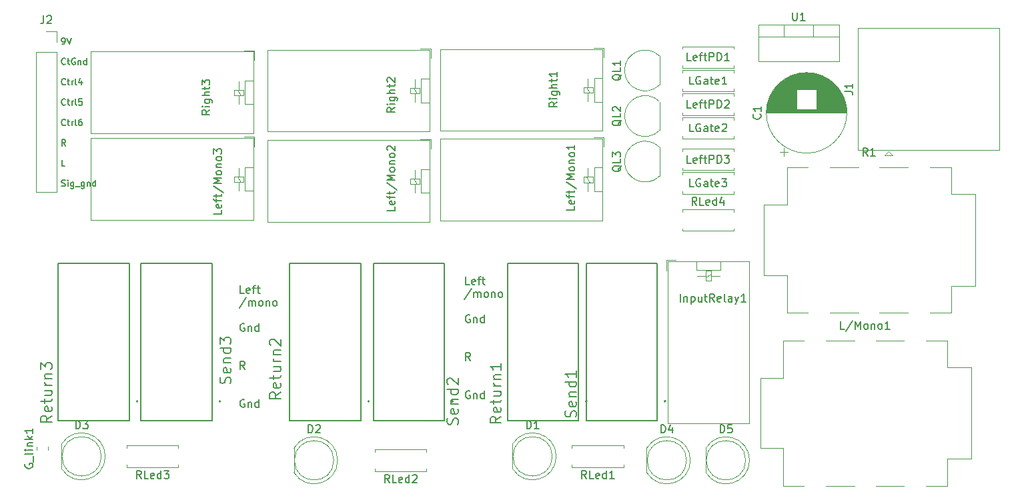
<source format=gbr>
%TF.GenerationSoftware,KiCad,Pcbnew,7.0.9*%
%TF.CreationDate,2024-06-30T00:15:25-04:00*%
%TF.ProjectId,Loop Board 3 Jackless Input,4c6f6f70-2042-46f6-9172-642033204a61,rev?*%
%TF.SameCoordinates,Original*%
%TF.FileFunction,Legend,Top*%
%TF.FilePolarity,Positive*%
%FSLAX46Y46*%
G04 Gerber Fmt 4.6, Leading zero omitted, Abs format (unit mm)*
G04 Created by KiCad (PCBNEW 7.0.9) date 2024-06-30 00:15:25*
%MOMM*%
%LPD*%
G01*
G04 APERTURE LIST*
%ADD10C,0.150000*%
%ADD11C,0.120000*%
%ADD12C,0.127000*%
%ADD13C,0.200000*%
G04 APERTURE END LIST*
D10*
X125527255Y-40662295D02*
X125679636Y-40662295D01*
X125679636Y-40662295D02*
X125755826Y-40624200D01*
X125755826Y-40624200D02*
X125793922Y-40586104D01*
X125793922Y-40586104D02*
X125870112Y-40471819D01*
X125870112Y-40471819D02*
X125908207Y-40319438D01*
X125908207Y-40319438D02*
X125908207Y-40014676D01*
X125908207Y-40014676D02*
X125870112Y-39938485D01*
X125870112Y-39938485D02*
X125832017Y-39900390D01*
X125832017Y-39900390D02*
X125755826Y-39862295D01*
X125755826Y-39862295D02*
X125603445Y-39862295D01*
X125603445Y-39862295D02*
X125527255Y-39900390D01*
X125527255Y-39900390D02*
X125489160Y-39938485D01*
X125489160Y-39938485D02*
X125451064Y-40014676D01*
X125451064Y-40014676D02*
X125451064Y-40205152D01*
X125451064Y-40205152D02*
X125489160Y-40281342D01*
X125489160Y-40281342D02*
X125527255Y-40319438D01*
X125527255Y-40319438D02*
X125603445Y-40357533D01*
X125603445Y-40357533D02*
X125755826Y-40357533D01*
X125755826Y-40357533D02*
X125832017Y-40319438D01*
X125832017Y-40319438D02*
X125870112Y-40281342D01*
X125870112Y-40281342D02*
X125908207Y-40205152D01*
X126136779Y-39862295D02*
X126403446Y-40662295D01*
X126403446Y-40662295D02*
X126670112Y-39862295D01*
X125946303Y-43162104D02*
X125908207Y-43200200D01*
X125908207Y-43200200D02*
X125793922Y-43238295D01*
X125793922Y-43238295D02*
X125717731Y-43238295D01*
X125717731Y-43238295D02*
X125603445Y-43200200D01*
X125603445Y-43200200D02*
X125527255Y-43124009D01*
X125527255Y-43124009D02*
X125489160Y-43047819D01*
X125489160Y-43047819D02*
X125451064Y-42895438D01*
X125451064Y-42895438D02*
X125451064Y-42781152D01*
X125451064Y-42781152D02*
X125489160Y-42628771D01*
X125489160Y-42628771D02*
X125527255Y-42552580D01*
X125527255Y-42552580D02*
X125603445Y-42476390D01*
X125603445Y-42476390D02*
X125717731Y-42438295D01*
X125717731Y-42438295D02*
X125793922Y-42438295D01*
X125793922Y-42438295D02*
X125908207Y-42476390D01*
X125908207Y-42476390D02*
X125946303Y-42514485D01*
X126174874Y-42704961D02*
X126479636Y-42704961D01*
X126289160Y-42438295D02*
X126289160Y-43124009D01*
X126289160Y-43124009D02*
X126327255Y-43200200D01*
X126327255Y-43200200D02*
X126403445Y-43238295D01*
X126403445Y-43238295D02*
X126479636Y-43238295D01*
X127165350Y-42476390D02*
X127089160Y-42438295D01*
X127089160Y-42438295D02*
X126974874Y-42438295D01*
X126974874Y-42438295D02*
X126860588Y-42476390D01*
X126860588Y-42476390D02*
X126784398Y-42552580D01*
X126784398Y-42552580D02*
X126746303Y-42628771D01*
X126746303Y-42628771D02*
X126708207Y-42781152D01*
X126708207Y-42781152D02*
X126708207Y-42895438D01*
X126708207Y-42895438D02*
X126746303Y-43047819D01*
X126746303Y-43047819D02*
X126784398Y-43124009D01*
X126784398Y-43124009D02*
X126860588Y-43200200D01*
X126860588Y-43200200D02*
X126974874Y-43238295D01*
X126974874Y-43238295D02*
X127051065Y-43238295D01*
X127051065Y-43238295D02*
X127165350Y-43200200D01*
X127165350Y-43200200D02*
X127203446Y-43162104D01*
X127203446Y-43162104D02*
X127203446Y-42895438D01*
X127203446Y-42895438D02*
X127051065Y-42895438D01*
X127546303Y-42704961D02*
X127546303Y-43238295D01*
X127546303Y-42781152D02*
X127584398Y-42743057D01*
X127584398Y-42743057D02*
X127660588Y-42704961D01*
X127660588Y-42704961D02*
X127774874Y-42704961D01*
X127774874Y-42704961D02*
X127851065Y-42743057D01*
X127851065Y-42743057D02*
X127889160Y-42819247D01*
X127889160Y-42819247D02*
X127889160Y-43238295D01*
X128612970Y-43238295D02*
X128612970Y-42438295D01*
X128612970Y-43200200D02*
X128536779Y-43238295D01*
X128536779Y-43238295D02*
X128384398Y-43238295D01*
X128384398Y-43238295D02*
X128308208Y-43200200D01*
X128308208Y-43200200D02*
X128270113Y-43162104D01*
X128270113Y-43162104D02*
X128232017Y-43085914D01*
X128232017Y-43085914D02*
X128232017Y-42857342D01*
X128232017Y-42857342D02*
X128270113Y-42781152D01*
X128270113Y-42781152D02*
X128308208Y-42743057D01*
X128308208Y-42743057D02*
X128384398Y-42704961D01*
X128384398Y-42704961D02*
X128536779Y-42704961D01*
X128536779Y-42704961D02*
X128612970Y-42743057D01*
X125946303Y-45738104D02*
X125908207Y-45776200D01*
X125908207Y-45776200D02*
X125793922Y-45814295D01*
X125793922Y-45814295D02*
X125717731Y-45814295D01*
X125717731Y-45814295D02*
X125603445Y-45776200D01*
X125603445Y-45776200D02*
X125527255Y-45700009D01*
X125527255Y-45700009D02*
X125489160Y-45623819D01*
X125489160Y-45623819D02*
X125451064Y-45471438D01*
X125451064Y-45471438D02*
X125451064Y-45357152D01*
X125451064Y-45357152D02*
X125489160Y-45204771D01*
X125489160Y-45204771D02*
X125527255Y-45128580D01*
X125527255Y-45128580D02*
X125603445Y-45052390D01*
X125603445Y-45052390D02*
X125717731Y-45014295D01*
X125717731Y-45014295D02*
X125793922Y-45014295D01*
X125793922Y-45014295D02*
X125908207Y-45052390D01*
X125908207Y-45052390D02*
X125946303Y-45090485D01*
X126174874Y-45280961D02*
X126479636Y-45280961D01*
X126289160Y-45014295D02*
X126289160Y-45700009D01*
X126289160Y-45700009D02*
X126327255Y-45776200D01*
X126327255Y-45776200D02*
X126403445Y-45814295D01*
X126403445Y-45814295D02*
X126479636Y-45814295D01*
X126746303Y-45814295D02*
X126746303Y-45280961D01*
X126746303Y-45433342D02*
X126784398Y-45357152D01*
X126784398Y-45357152D02*
X126822493Y-45319057D01*
X126822493Y-45319057D02*
X126898684Y-45280961D01*
X126898684Y-45280961D02*
X126974874Y-45280961D01*
X127355826Y-45814295D02*
X127279636Y-45776200D01*
X127279636Y-45776200D02*
X127241541Y-45700009D01*
X127241541Y-45700009D02*
X127241541Y-45014295D01*
X128003446Y-45280961D02*
X128003446Y-45814295D01*
X127812970Y-44976200D02*
X127622493Y-45547628D01*
X127622493Y-45547628D02*
X128117732Y-45547628D01*
X125946303Y-48314104D02*
X125908207Y-48352200D01*
X125908207Y-48352200D02*
X125793922Y-48390295D01*
X125793922Y-48390295D02*
X125717731Y-48390295D01*
X125717731Y-48390295D02*
X125603445Y-48352200D01*
X125603445Y-48352200D02*
X125527255Y-48276009D01*
X125527255Y-48276009D02*
X125489160Y-48199819D01*
X125489160Y-48199819D02*
X125451064Y-48047438D01*
X125451064Y-48047438D02*
X125451064Y-47933152D01*
X125451064Y-47933152D02*
X125489160Y-47780771D01*
X125489160Y-47780771D02*
X125527255Y-47704580D01*
X125527255Y-47704580D02*
X125603445Y-47628390D01*
X125603445Y-47628390D02*
X125717731Y-47590295D01*
X125717731Y-47590295D02*
X125793922Y-47590295D01*
X125793922Y-47590295D02*
X125908207Y-47628390D01*
X125908207Y-47628390D02*
X125946303Y-47666485D01*
X126174874Y-47856961D02*
X126479636Y-47856961D01*
X126289160Y-47590295D02*
X126289160Y-48276009D01*
X126289160Y-48276009D02*
X126327255Y-48352200D01*
X126327255Y-48352200D02*
X126403445Y-48390295D01*
X126403445Y-48390295D02*
X126479636Y-48390295D01*
X126746303Y-48390295D02*
X126746303Y-47856961D01*
X126746303Y-48009342D02*
X126784398Y-47933152D01*
X126784398Y-47933152D02*
X126822493Y-47895057D01*
X126822493Y-47895057D02*
X126898684Y-47856961D01*
X126898684Y-47856961D02*
X126974874Y-47856961D01*
X127355826Y-48390295D02*
X127279636Y-48352200D01*
X127279636Y-48352200D02*
X127241541Y-48276009D01*
X127241541Y-48276009D02*
X127241541Y-47590295D01*
X128041541Y-47590295D02*
X127660589Y-47590295D01*
X127660589Y-47590295D02*
X127622493Y-47971247D01*
X127622493Y-47971247D02*
X127660589Y-47933152D01*
X127660589Y-47933152D02*
X127736779Y-47895057D01*
X127736779Y-47895057D02*
X127927255Y-47895057D01*
X127927255Y-47895057D02*
X128003446Y-47933152D01*
X128003446Y-47933152D02*
X128041541Y-47971247D01*
X128041541Y-47971247D02*
X128079636Y-48047438D01*
X128079636Y-48047438D02*
X128079636Y-48237914D01*
X128079636Y-48237914D02*
X128041541Y-48314104D01*
X128041541Y-48314104D02*
X128003446Y-48352200D01*
X128003446Y-48352200D02*
X127927255Y-48390295D01*
X127927255Y-48390295D02*
X127736779Y-48390295D01*
X127736779Y-48390295D02*
X127660589Y-48352200D01*
X127660589Y-48352200D02*
X127622493Y-48314104D01*
X125946303Y-50890104D02*
X125908207Y-50928200D01*
X125908207Y-50928200D02*
X125793922Y-50966295D01*
X125793922Y-50966295D02*
X125717731Y-50966295D01*
X125717731Y-50966295D02*
X125603445Y-50928200D01*
X125603445Y-50928200D02*
X125527255Y-50852009D01*
X125527255Y-50852009D02*
X125489160Y-50775819D01*
X125489160Y-50775819D02*
X125451064Y-50623438D01*
X125451064Y-50623438D02*
X125451064Y-50509152D01*
X125451064Y-50509152D02*
X125489160Y-50356771D01*
X125489160Y-50356771D02*
X125527255Y-50280580D01*
X125527255Y-50280580D02*
X125603445Y-50204390D01*
X125603445Y-50204390D02*
X125717731Y-50166295D01*
X125717731Y-50166295D02*
X125793922Y-50166295D01*
X125793922Y-50166295D02*
X125908207Y-50204390D01*
X125908207Y-50204390D02*
X125946303Y-50242485D01*
X126174874Y-50432961D02*
X126479636Y-50432961D01*
X126289160Y-50166295D02*
X126289160Y-50852009D01*
X126289160Y-50852009D02*
X126327255Y-50928200D01*
X126327255Y-50928200D02*
X126403445Y-50966295D01*
X126403445Y-50966295D02*
X126479636Y-50966295D01*
X126746303Y-50966295D02*
X126746303Y-50432961D01*
X126746303Y-50585342D02*
X126784398Y-50509152D01*
X126784398Y-50509152D02*
X126822493Y-50471057D01*
X126822493Y-50471057D02*
X126898684Y-50432961D01*
X126898684Y-50432961D02*
X126974874Y-50432961D01*
X127355826Y-50966295D02*
X127279636Y-50928200D01*
X127279636Y-50928200D02*
X127241541Y-50852009D01*
X127241541Y-50852009D02*
X127241541Y-50166295D01*
X128003446Y-50166295D02*
X127851065Y-50166295D01*
X127851065Y-50166295D02*
X127774874Y-50204390D01*
X127774874Y-50204390D02*
X127736779Y-50242485D01*
X127736779Y-50242485D02*
X127660589Y-50356771D01*
X127660589Y-50356771D02*
X127622493Y-50509152D01*
X127622493Y-50509152D02*
X127622493Y-50813914D01*
X127622493Y-50813914D02*
X127660589Y-50890104D01*
X127660589Y-50890104D02*
X127698684Y-50928200D01*
X127698684Y-50928200D02*
X127774874Y-50966295D01*
X127774874Y-50966295D02*
X127927255Y-50966295D01*
X127927255Y-50966295D02*
X128003446Y-50928200D01*
X128003446Y-50928200D02*
X128041541Y-50890104D01*
X128041541Y-50890104D02*
X128079636Y-50813914D01*
X128079636Y-50813914D02*
X128079636Y-50623438D01*
X128079636Y-50623438D02*
X128041541Y-50547247D01*
X128041541Y-50547247D02*
X128003446Y-50509152D01*
X128003446Y-50509152D02*
X127927255Y-50471057D01*
X127927255Y-50471057D02*
X127774874Y-50471057D01*
X127774874Y-50471057D02*
X127698684Y-50509152D01*
X127698684Y-50509152D02*
X127660589Y-50547247D01*
X127660589Y-50547247D02*
X127622493Y-50623438D01*
X125946303Y-53542295D02*
X125679636Y-53161342D01*
X125489160Y-53542295D02*
X125489160Y-52742295D01*
X125489160Y-52742295D02*
X125793922Y-52742295D01*
X125793922Y-52742295D02*
X125870112Y-52780390D01*
X125870112Y-52780390D02*
X125908207Y-52818485D01*
X125908207Y-52818485D02*
X125946303Y-52894676D01*
X125946303Y-52894676D02*
X125946303Y-53008961D01*
X125946303Y-53008961D02*
X125908207Y-53085152D01*
X125908207Y-53085152D02*
X125870112Y-53123247D01*
X125870112Y-53123247D02*
X125793922Y-53161342D01*
X125793922Y-53161342D02*
X125489160Y-53161342D01*
X125870112Y-56118295D02*
X125489160Y-56118295D01*
X125489160Y-56118295D02*
X125489160Y-55318295D01*
X125451064Y-58656200D02*
X125565350Y-58694295D01*
X125565350Y-58694295D02*
X125755826Y-58694295D01*
X125755826Y-58694295D02*
X125832017Y-58656200D01*
X125832017Y-58656200D02*
X125870112Y-58618104D01*
X125870112Y-58618104D02*
X125908207Y-58541914D01*
X125908207Y-58541914D02*
X125908207Y-58465723D01*
X125908207Y-58465723D02*
X125870112Y-58389533D01*
X125870112Y-58389533D02*
X125832017Y-58351438D01*
X125832017Y-58351438D02*
X125755826Y-58313342D01*
X125755826Y-58313342D02*
X125603445Y-58275247D01*
X125603445Y-58275247D02*
X125527255Y-58237152D01*
X125527255Y-58237152D02*
X125489160Y-58199057D01*
X125489160Y-58199057D02*
X125451064Y-58122866D01*
X125451064Y-58122866D02*
X125451064Y-58046676D01*
X125451064Y-58046676D02*
X125489160Y-57970485D01*
X125489160Y-57970485D02*
X125527255Y-57932390D01*
X125527255Y-57932390D02*
X125603445Y-57894295D01*
X125603445Y-57894295D02*
X125793922Y-57894295D01*
X125793922Y-57894295D02*
X125908207Y-57932390D01*
X126251065Y-58694295D02*
X126251065Y-58160961D01*
X126251065Y-57894295D02*
X126212969Y-57932390D01*
X126212969Y-57932390D02*
X126251065Y-57970485D01*
X126251065Y-57970485D02*
X126289160Y-57932390D01*
X126289160Y-57932390D02*
X126251065Y-57894295D01*
X126251065Y-57894295D02*
X126251065Y-57970485D01*
X126974874Y-58160961D02*
X126974874Y-58808580D01*
X126974874Y-58808580D02*
X126936779Y-58884771D01*
X126936779Y-58884771D02*
X126898683Y-58922866D01*
X126898683Y-58922866D02*
X126822493Y-58960961D01*
X126822493Y-58960961D02*
X126708207Y-58960961D01*
X126708207Y-58960961D02*
X126632017Y-58922866D01*
X126974874Y-58656200D02*
X126898683Y-58694295D01*
X126898683Y-58694295D02*
X126746302Y-58694295D01*
X126746302Y-58694295D02*
X126670112Y-58656200D01*
X126670112Y-58656200D02*
X126632017Y-58618104D01*
X126632017Y-58618104D02*
X126593921Y-58541914D01*
X126593921Y-58541914D02*
X126593921Y-58313342D01*
X126593921Y-58313342D02*
X126632017Y-58237152D01*
X126632017Y-58237152D02*
X126670112Y-58199057D01*
X126670112Y-58199057D02*
X126746302Y-58160961D01*
X126746302Y-58160961D02*
X126898683Y-58160961D01*
X126898683Y-58160961D02*
X126974874Y-58199057D01*
X127165351Y-58770485D02*
X127774874Y-58770485D01*
X128308208Y-58160961D02*
X128308208Y-58808580D01*
X128308208Y-58808580D02*
X128270113Y-58884771D01*
X128270113Y-58884771D02*
X128232017Y-58922866D01*
X128232017Y-58922866D02*
X128155827Y-58960961D01*
X128155827Y-58960961D02*
X128041541Y-58960961D01*
X128041541Y-58960961D02*
X127965351Y-58922866D01*
X128308208Y-58656200D02*
X128232017Y-58694295D01*
X128232017Y-58694295D02*
X128079636Y-58694295D01*
X128079636Y-58694295D02*
X128003446Y-58656200D01*
X128003446Y-58656200D02*
X127965351Y-58618104D01*
X127965351Y-58618104D02*
X127927255Y-58541914D01*
X127927255Y-58541914D02*
X127927255Y-58313342D01*
X127927255Y-58313342D02*
X127965351Y-58237152D01*
X127965351Y-58237152D02*
X128003446Y-58199057D01*
X128003446Y-58199057D02*
X128079636Y-58160961D01*
X128079636Y-58160961D02*
X128232017Y-58160961D01*
X128232017Y-58160961D02*
X128308208Y-58199057D01*
X128689161Y-58160961D02*
X128689161Y-58694295D01*
X128689161Y-58237152D02*
X128727256Y-58199057D01*
X128727256Y-58199057D02*
X128803446Y-58160961D01*
X128803446Y-58160961D02*
X128917732Y-58160961D01*
X128917732Y-58160961D02*
X128993923Y-58199057D01*
X128993923Y-58199057D02*
X129032018Y-58275247D01*
X129032018Y-58275247D02*
X129032018Y-58694295D01*
X129755828Y-58694295D02*
X129755828Y-57894295D01*
X129755828Y-58656200D02*
X129679637Y-58694295D01*
X129679637Y-58694295D02*
X129527256Y-58694295D01*
X129527256Y-58694295D02*
X129451066Y-58656200D01*
X129451066Y-58656200D02*
X129412971Y-58618104D01*
X129412971Y-58618104D02*
X129374875Y-58541914D01*
X129374875Y-58541914D02*
X129374875Y-58313342D01*
X129374875Y-58313342D02*
X129412971Y-58237152D01*
X129412971Y-58237152D02*
X129451066Y-58199057D01*
X129451066Y-58199057D02*
X129527256Y-58160961D01*
X129527256Y-58160961D02*
X129679637Y-58160961D01*
X129679637Y-58160961D02*
X129755828Y-58199057D01*
X148612969Y-72279819D02*
X148136779Y-72279819D01*
X148136779Y-72279819D02*
X148136779Y-71279819D01*
X149327255Y-72232200D02*
X149232017Y-72279819D01*
X149232017Y-72279819D02*
X149041541Y-72279819D01*
X149041541Y-72279819D02*
X148946303Y-72232200D01*
X148946303Y-72232200D02*
X148898684Y-72136961D01*
X148898684Y-72136961D02*
X148898684Y-71756009D01*
X148898684Y-71756009D02*
X148946303Y-71660771D01*
X148946303Y-71660771D02*
X149041541Y-71613152D01*
X149041541Y-71613152D02*
X149232017Y-71613152D01*
X149232017Y-71613152D02*
X149327255Y-71660771D01*
X149327255Y-71660771D02*
X149374874Y-71756009D01*
X149374874Y-71756009D02*
X149374874Y-71851247D01*
X149374874Y-71851247D02*
X148898684Y-71946485D01*
X149660589Y-71613152D02*
X150041541Y-71613152D01*
X149803446Y-72279819D02*
X149803446Y-71422676D01*
X149803446Y-71422676D02*
X149851065Y-71327438D01*
X149851065Y-71327438D02*
X149946303Y-71279819D01*
X149946303Y-71279819D02*
X150041541Y-71279819D01*
X150232018Y-71613152D02*
X150612970Y-71613152D01*
X150374875Y-71279819D02*
X150374875Y-72136961D01*
X150374875Y-72136961D02*
X150422494Y-72232200D01*
X150422494Y-72232200D02*
X150517732Y-72279819D01*
X150517732Y-72279819D02*
X150612970Y-72279819D01*
X148851064Y-72842200D02*
X147993922Y-74127914D01*
X149184398Y-73889819D02*
X149184398Y-73223152D01*
X149184398Y-73318390D02*
X149232017Y-73270771D01*
X149232017Y-73270771D02*
X149327255Y-73223152D01*
X149327255Y-73223152D02*
X149470112Y-73223152D01*
X149470112Y-73223152D02*
X149565350Y-73270771D01*
X149565350Y-73270771D02*
X149612969Y-73366009D01*
X149612969Y-73366009D02*
X149612969Y-73889819D01*
X149612969Y-73366009D02*
X149660588Y-73270771D01*
X149660588Y-73270771D02*
X149755826Y-73223152D01*
X149755826Y-73223152D02*
X149898683Y-73223152D01*
X149898683Y-73223152D02*
X149993922Y-73270771D01*
X149993922Y-73270771D02*
X150041541Y-73366009D01*
X150041541Y-73366009D02*
X150041541Y-73889819D01*
X150660588Y-73889819D02*
X150565350Y-73842200D01*
X150565350Y-73842200D02*
X150517731Y-73794580D01*
X150517731Y-73794580D02*
X150470112Y-73699342D01*
X150470112Y-73699342D02*
X150470112Y-73413628D01*
X150470112Y-73413628D02*
X150517731Y-73318390D01*
X150517731Y-73318390D02*
X150565350Y-73270771D01*
X150565350Y-73270771D02*
X150660588Y-73223152D01*
X150660588Y-73223152D02*
X150803445Y-73223152D01*
X150803445Y-73223152D02*
X150898683Y-73270771D01*
X150898683Y-73270771D02*
X150946302Y-73318390D01*
X150946302Y-73318390D02*
X150993921Y-73413628D01*
X150993921Y-73413628D02*
X150993921Y-73699342D01*
X150993921Y-73699342D02*
X150946302Y-73794580D01*
X150946302Y-73794580D02*
X150898683Y-73842200D01*
X150898683Y-73842200D02*
X150803445Y-73889819D01*
X150803445Y-73889819D02*
X150660588Y-73889819D01*
X151422493Y-73223152D02*
X151422493Y-73889819D01*
X151422493Y-73318390D02*
X151470112Y-73270771D01*
X151470112Y-73270771D02*
X151565350Y-73223152D01*
X151565350Y-73223152D02*
X151708207Y-73223152D01*
X151708207Y-73223152D02*
X151803445Y-73270771D01*
X151803445Y-73270771D02*
X151851064Y-73366009D01*
X151851064Y-73366009D02*
X151851064Y-73889819D01*
X152470112Y-73889819D02*
X152374874Y-73842200D01*
X152374874Y-73842200D02*
X152327255Y-73794580D01*
X152327255Y-73794580D02*
X152279636Y-73699342D01*
X152279636Y-73699342D02*
X152279636Y-73413628D01*
X152279636Y-73413628D02*
X152327255Y-73318390D01*
X152327255Y-73318390D02*
X152374874Y-73270771D01*
X152374874Y-73270771D02*
X152470112Y-73223152D01*
X152470112Y-73223152D02*
X152612969Y-73223152D01*
X152612969Y-73223152D02*
X152708207Y-73270771D01*
X152708207Y-73270771D02*
X152755826Y-73318390D01*
X152755826Y-73318390D02*
X152803445Y-73413628D01*
X152803445Y-73413628D02*
X152803445Y-73699342D01*
X152803445Y-73699342D02*
X152755826Y-73794580D01*
X152755826Y-73794580D02*
X152708207Y-73842200D01*
X152708207Y-73842200D02*
X152612969Y-73889819D01*
X152612969Y-73889819D02*
X152470112Y-73889819D01*
X148660588Y-76157438D02*
X148565350Y-76109819D01*
X148565350Y-76109819D02*
X148422493Y-76109819D01*
X148422493Y-76109819D02*
X148279636Y-76157438D01*
X148279636Y-76157438D02*
X148184398Y-76252676D01*
X148184398Y-76252676D02*
X148136779Y-76347914D01*
X148136779Y-76347914D02*
X148089160Y-76538390D01*
X148089160Y-76538390D02*
X148089160Y-76681247D01*
X148089160Y-76681247D02*
X148136779Y-76871723D01*
X148136779Y-76871723D02*
X148184398Y-76966961D01*
X148184398Y-76966961D02*
X148279636Y-77062200D01*
X148279636Y-77062200D02*
X148422493Y-77109819D01*
X148422493Y-77109819D02*
X148517731Y-77109819D01*
X148517731Y-77109819D02*
X148660588Y-77062200D01*
X148660588Y-77062200D02*
X148708207Y-77014580D01*
X148708207Y-77014580D02*
X148708207Y-76681247D01*
X148708207Y-76681247D02*
X148517731Y-76681247D01*
X149136779Y-76443152D02*
X149136779Y-77109819D01*
X149136779Y-76538390D02*
X149184398Y-76490771D01*
X149184398Y-76490771D02*
X149279636Y-76443152D01*
X149279636Y-76443152D02*
X149422493Y-76443152D01*
X149422493Y-76443152D02*
X149517731Y-76490771D01*
X149517731Y-76490771D02*
X149565350Y-76586009D01*
X149565350Y-76586009D02*
X149565350Y-77109819D01*
X150470112Y-77109819D02*
X150470112Y-76109819D01*
X150470112Y-77062200D02*
X150374874Y-77109819D01*
X150374874Y-77109819D02*
X150184398Y-77109819D01*
X150184398Y-77109819D02*
X150089160Y-77062200D01*
X150089160Y-77062200D02*
X150041541Y-77014580D01*
X150041541Y-77014580D02*
X149993922Y-76919342D01*
X149993922Y-76919342D02*
X149993922Y-76633628D01*
X149993922Y-76633628D02*
X150041541Y-76538390D01*
X150041541Y-76538390D02*
X150089160Y-76490771D01*
X150089160Y-76490771D02*
X150184398Y-76443152D01*
X150184398Y-76443152D02*
X150374874Y-76443152D01*
X150374874Y-76443152D02*
X150470112Y-76490771D01*
X148708207Y-81939819D02*
X148374874Y-81463628D01*
X148136779Y-81939819D02*
X148136779Y-80939819D01*
X148136779Y-80939819D02*
X148517731Y-80939819D01*
X148517731Y-80939819D02*
X148612969Y-80987438D01*
X148612969Y-80987438D02*
X148660588Y-81035057D01*
X148660588Y-81035057D02*
X148708207Y-81130295D01*
X148708207Y-81130295D02*
X148708207Y-81273152D01*
X148708207Y-81273152D02*
X148660588Y-81368390D01*
X148660588Y-81368390D02*
X148612969Y-81416009D01*
X148612969Y-81416009D02*
X148517731Y-81463628D01*
X148517731Y-81463628D02*
X148136779Y-81463628D01*
X148660588Y-85817438D02*
X148565350Y-85769819D01*
X148565350Y-85769819D02*
X148422493Y-85769819D01*
X148422493Y-85769819D02*
X148279636Y-85817438D01*
X148279636Y-85817438D02*
X148184398Y-85912676D01*
X148184398Y-85912676D02*
X148136779Y-86007914D01*
X148136779Y-86007914D02*
X148089160Y-86198390D01*
X148089160Y-86198390D02*
X148089160Y-86341247D01*
X148089160Y-86341247D02*
X148136779Y-86531723D01*
X148136779Y-86531723D02*
X148184398Y-86626961D01*
X148184398Y-86626961D02*
X148279636Y-86722200D01*
X148279636Y-86722200D02*
X148422493Y-86769819D01*
X148422493Y-86769819D02*
X148517731Y-86769819D01*
X148517731Y-86769819D02*
X148660588Y-86722200D01*
X148660588Y-86722200D02*
X148708207Y-86674580D01*
X148708207Y-86674580D02*
X148708207Y-86341247D01*
X148708207Y-86341247D02*
X148517731Y-86341247D01*
X149136779Y-86103152D02*
X149136779Y-86769819D01*
X149136779Y-86198390D02*
X149184398Y-86150771D01*
X149184398Y-86150771D02*
X149279636Y-86103152D01*
X149279636Y-86103152D02*
X149422493Y-86103152D01*
X149422493Y-86103152D02*
X149517731Y-86150771D01*
X149517731Y-86150771D02*
X149565350Y-86246009D01*
X149565350Y-86246009D02*
X149565350Y-86769819D01*
X150470112Y-86769819D02*
X150470112Y-85769819D01*
X150470112Y-86722200D02*
X150374874Y-86769819D01*
X150374874Y-86769819D02*
X150184398Y-86769819D01*
X150184398Y-86769819D02*
X150089160Y-86722200D01*
X150089160Y-86722200D02*
X150041541Y-86674580D01*
X150041541Y-86674580D02*
X149993922Y-86579342D01*
X149993922Y-86579342D02*
X149993922Y-86293628D01*
X149993922Y-86293628D02*
X150041541Y-86198390D01*
X150041541Y-86198390D02*
X150089160Y-86150771D01*
X150089160Y-86150771D02*
X150184398Y-86103152D01*
X150184398Y-86103152D02*
X150374874Y-86103152D01*
X150374874Y-86103152D02*
X150470112Y-86150771D01*
X177212969Y-71179819D02*
X176736779Y-71179819D01*
X176736779Y-71179819D02*
X176736779Y-70179819D01*
X177927255Y-71132200D02*
X177832017Y-71179819D01*
X177832017Y-71179819D02*
X177641541Y-71179819D01*
X177641541Y-71179819D02*
X177546303Y-71132200D01*
X177546303Y-71132200D02*
X177498684Y-71036961D01*
X177498684Y-71036961D02*
X177498684Y-70656009D01*
X177498684Y-70656009D02*
X177546303Y-70560771D01*
X177546303Y-70560771D02*
X177641541Y-70513152D01*
X177641541Y-70513152D02*
X177832017Y-70513152D01*
X177832017Y-70513152D02*
X177927255Y-70560771D01*
X177927255Y-70560771D02*
X177974874Y-70656009D01*
X177974874Y-70656009D02*
X177974874Y-70751247D01*
X177974874Y-70751247D02*
X177498684Y-70846485D01*
X178260589Y-70513152D02*
X178641541Y-70513152D01*
X178403446Y-71179819D02*
X178403446Y-70322676D01*
X178403446Y-70322676D02*
X178451065Y-70227438D01*
X178451065Y-70227438D02*
X178546303Y-70179819D01*
X178546303Y-70179819D02*
X178641541Y-70179819D01*
X178832018Y-70513152D02*
X179212970Y-70513152D01*
X178974875Y-70179819D02*
X178974875Y-71036961D01*
X178974875Y-71036961D02*
X179022494Y-71132200D01*
X179022494Y-71132200D02*
X179117732Y-71179819D01*
X179117732Y-71179819D02*
X179212970Y-71179819D01*
X177451064Y-71742200D02*
X176593922Y-73027914D01*
X177784398Y-72789819D02*
X177784398Y-72123152D01*
X177784398Y-72218390D02*
X177832017Y-72170771D01*
X177832017Y-72170771D02*
X177927255Y-72123152D01*
X177927255Y-72123152D02*
X178070112Y-72123152D01*
X178070112Y-72123152D02*
X178165350Y-72170771D01*
X178165350Y-72170771D02*
X178212969Y-72266009D01*
X178212969Y-72266009D02*
X178212969Y-72789819D01*
X178212969Y-72266009D02*
X178260588Y-72170771D01*
X178260588Y-72170771D02*
X178355826Y-72123152D01*
X178355826Y-72123152D02*
X178498683Y-72123152D01*
X178498683Y-72123152D02*
X178593922Y-72170771D01*
X178593922Y-72170771D02*
X178641541Y-72266009D01*
X178641541Y-72266009D02*
X178641541Y-72789819D01*
X179260588Y-72789819D02*
X179165350Y-72742200D01*
X179165350Y-72742200D02*
X179117731Y-72694580D01*
X179117731Y-72694580D02*
X179070112Y-72599342D01*
X179070112Y-72599342D02*
X179070112Y-72313628D01*
X179070112Y-72313628D02*
X179117731Y-72218390D01*
X179117731Y-72218390D02*
X179165350Y-72170771D01*
X179165350Y-72170771D02*
X179260588Y-72123152D01*
X179260588Y-72123152D02*
X179403445Y-72123152D01*
X179403445Y-72123152D02*
X179498683Y-72170771D01*
X179498683Y-72170771D02*
X179546302Y-72218390D01*
X179546302Y-72218390D02*
X179593921Y-72313628D01*
X179593921Y-72313628D02*
X179593921Y-72599342D01*
X179593921Y-72599342D02*
X179546302Y-72694580D01*
X179546302Y-72694580D02*
X179498683Y-72742200D01*
X179498683Y-72742200D02*
X179403445Y-72789819D01*
X179403445Y-72789819D02*
X179260588Y-72789819D01*
X180022493Y-72123152D02*
X180022493Y-72789819D01*
X180022493Y-72218390D02*
X180070112Y-72170771D01*
X180070112Y-72170771D02*
X180165350Y-72123152D01*
X180165350Y-72123152D02*
X180308207Y-72123152D01*
X180308207Y-72123152D02*
X180403445Y-72170771D01*
X180403445Y-72170771D02*
X180451064Y-72266009D01*
X180451064Y-72266009D02*
X180451064Y-72789819D01*
X181070112Y-72789819D02*
X180974874Y-72742200D01*
X180974874Y-72742200D02*
X180927255Y-72694580D01*
X180927255Y-72694580D02*
X180879636Y-72599342D01*
X180879636Y-72599342D02*
X180879636Y-72313628D01*
X180879636Y-72313628D02*
X180927255Y-72218390D01*
X180927255Y-72218390D02*
X180974874Y-72170771D01*
X180974874Y-72170771D02*
X181070112Y-72123152D01*
X181070112Y-72123152D02*
X181212969Y-72123152D01*
X181212969Y-72123152D02*
X181308207Y-72170771D01*
X181308207Y-72170771D02*
X181355826Y-72218390D01*
X181355826Y-72218390D02*
X181403445Y-72313628D01*
X181403445Y-72313628D02*
X181403445Y-72599342D01*
X181403445Y-72599342D02*
X181355826Y-72694580D01*
X181355826Y-72694580D02*
X181308207Y-72742200D01*
X181308207Y-72742200D02*
X181212969Y-72789819D01*
X181212969Y-72789819D02*
X181070112Y-72789819D01*
X177260588Y-75057438D02*
X177165350Y-75009819D01*
X177165350Y-75009819D02*
X177022493Y-75009819D01*
X177022493Y-75009819D02*
X176879636Y-75057438D01*
X176879636Y-75057438D02*
X176784398Y-75152676D01*
X176784398Y-75152676D02*
X176736779Y-75247914D01*
X176736779Y-75247914D02*
X176689160Y-75438390D01*
X176689160Y-75438390D02*
X176689160Y-75581247D01*
X176689160Y-75581247D02*
X176736779Y-75771723D01*
X176736779Y-75771723D02*
X176784398Y-75866961D01*
X176784398Y-75866961D02*
X176879636Y-75962200D01*
X176879636Y-75962200D02*
X177022493Y-76009819D01*
X177022493Y-76009819D02*
X177117731Y-76009819D01*
X177117731Y-76009819D02*
X177260588Y-75962200D01*
X177260588Y-75962200D02*
X177308207Y-75914580D01*
X177308207Y-75914580D02*
X177308207Y-75581247D01*
X177308207Y-75581247D02*
X177117731Y-75581247D01*
X177736779Y-75343152D02*
X177736779Y-76009819D01*
X177736779Y-75438390D02*
X177784398Y-75390771D01*
X177784398Y-75390771D02*
X177879636Y-75343152D01*
X177879636Y-75343152D02*
X178022493Y-75343152D01*
X178022493Y-75343152D02*
X178117731Y-75390771D01*
X178117731Y-75390771D02*
X178165350Y-75486009D01*
X178165350Y-75486009D02*
X178165350Y-76009819D01*
X179070112Y-76009819D02*
X179070112Y-75009819D01*
X179070112Y-75962200D02*
X178974874Y-76009819D01*
X178974874Y-76009819D02*
X178784398Y-76009819D01*
X178784398Y-76009819D02*
X178689160Y-75962200D01*
X178689160Y-75962200D02*
X178641541Y-75914580D01*
X178641541Y-75914580D02*
X178593922Y-75819342D01*
X178593922Y-75819342D02*
X178593922Y-75533628D01*
X178593922Y-75533628D02*
X178641541Y-75438390D01*
X178641541Y-75438390D02*
X178689160Y-75390771D01*
X178689160Y-75390771D02*
X178784398Y-75343152D01*
X178784398Y-75343152D02*
X178974874Y-75343152D01*
X178974874Y-75343152D02*
X179070112Y-75390771D01*
X177308207Y-80839819D02*
X176974874Y-80363628D01*
X176736779Y-80839819D02*
X176736779Y-79839819D01*
X176736779Y-79839819D02*
X177117731Y-79839819D01*
X177117731Y-79839819D02*
X177212969Y-79887438D01*
X177212969Y-79887438D02*
X177260588Y-79935057D01*
X177260588Y-79935057D02*
X177308207Y-80030295D01*
X177308207Y-80030295D02*
X177308207Y-80173152D01*
X177308207Y-80173152D02*
X177260588Y-80268390D01*
X177260588Y-80268390D02*
X177212969Y-80316009D01*
X177212969Y-80316009D02*
X177117731Y-80363628D01*
X177117731Y-80363628D02*
X176736779Y-80363628D01*
X177260588Y-84717438D02*
X177165350Y-84669819D01*
X177165350Y-84669819D02*
X177022493Y-84669819D01*
X177022493Y-84669819D02*
X176879636Y-84717438D01*
X176879636Y-84717438D02*
X176784398Y-84812676D01*
X176784398Y-84812676D02*
X176736779Y-84907914D01*
X176736779Y-84907914D02*
X176689160Y-85098390D01*
X176689160Y-85098390D02*
X176689160Y-85241247D01*
X176689160Y-85241247D02*
X176736779Y-85431723D01*
X176736779Y-85431723D02*
X176784398Y-85526961D01*
X176784398Y-85526961D02*
X176879636Y-85622200D01*
X176879636Y-85622200D02*
X177022493Y-85669819D01*
X177022493Y-85669819D02*
X177117731Y-85669819D01*
X177117731Y-85669819D02*
X177260588Y-85622200D01*
X177260588Y-85622200D02*
X177308207Y-85574580D01*
X177308207Y-85574580D02*
X177308207Y-85241247D01*
X177308207Y-85241247D02*
X177117731Y-85241247D01*
X177736779Y-85003152D02*
X177736779Y-85669819D01*
X177736779Y-85098390D02*
X177784398Y-85050771D01*
X177784398Y-85050771D02*
X177879636Y-85003152D01*
X177879636Y-85003152D02*
X178022493Y-85003152D01*
X178022493Y-85003152D02*
X178117731Y-85050771D01*
X178117731Y-85050771D02*
X178165350Y-85146009D01*
X178165350Y-85146009D02*
X178165350Y-85669819D01*
X179070112Y-85669819D02*
X179070112Y-84669819D01*
X179070112Y-85622200D02*
X178974874Y-85669819D01*
X178974874Y-85669819D02*
X178784398Y-85669819D01*
X178784398Y-85669819D02*
X178689160Y-85622200D01*
X178689160Y-85622200D02*
X178641541Y-85574580D01*
X178641541Y-85574580D02*
X178593922Y-85479342D01*
X178593922Y-85479342D02*
X178593922Y-85193628D01*
X178593922Y-85193628D02*
X178641541Y-85098390D01*
X178641541Y-85098390D02*
X178689160Y-85050771D01*
X178689160Y-85050771D02*
X178784398Y-85003152D01*
X178784398Y-85003152D02*
X178974874Y-85003152D01*
X178974874Y-85003152D02*
X179070112Y-85050771D01*
X144254819Y-48995238D02*
X143778628Y-49328571D01*
X144254819Y-49566666D02*
X143254819Y-49566666D01*
X143254819Y-49566666D02*
X143254819Y-49185714D01*
X143254819Y-49185714D02*
X143302438Y-49090476D01*
X143302438Y-49090476D02*
X143350057Y-49042857D01*
X143350057Y-49042857D02*
X143445295Y-48995238D01*
X143445295Y-48995238D02*
X143588152Y-48995238D01*
X143588152Y-48995238D02*
X143683390Y-49042857D01*
X143683390Y-49042857D02*
X143731009Y-49090476D01*
X143731009Y-49090476D02*
X143778628Y-49185714D01*
X143778628Y-49185714D02*
X143778628Y-49566666D01*
X144254819Y-48566666D02*
X143588152Y-48566666D01*
X143254819Y-48566666D02*
X143302438Y-48614285D01*
X143302438Y-48614285D02*
X143350057Y-48566666D01*
X143350057Y-48566666D02*
X143302438Y-48519047D01*
X143302438Y-48519047D02*
X143254819Y-48566666D01*
X143254819Y-48566666D02*
X143350057Y-48566666D01*
X143588152Y-47661905D02*
X144397676Y-47661905D01*
X144397676Y-47661905D02*
X144492914Y-47709524D01*
X144492914Y-47709524D02*
X144540533Y-47757143D01*
X144540533Y-47757143D02*
X144588152Y-47852381D01*
X144588152Y-47852381D02*
X144588152Y-47995238D01*
X144588152Y-47995238D02*
X144540533Y-48090476D01*
X144207200Y-47661905D02*
X144254819Y-47757143D01*
X144254819Y-47757143D02*
X144254819Y-47947619D01*
X144254819Y-47947619D02*
X144207200Y-48042857D01*
X144207200Y-48042857D02*
X144159580Y-48090476D01*
X144159580Y-48090476D02*
X144064342Y-48138095D01*
X144064342Y-48138095D02*
X143778628Y-48138095D01*
X143778628Y-48138095D02*
X143683390Y-48090476D01*
X143683390Y-48090476D02*
X143635771Y-48042857D01*
X143635771Y-48042857D02*
X143588152Y-47947619D01*
X143588152Y-47947619D02*
X143588152Y-47757143D01*
X143588152Y-47757143D02*
X143635771Y-47661905D01*
X144254819Y-47185714D02*
X143254819Y-47185714D01*
X144254819Y-46757143D02*
X143731009Y-46757143D01*
X143731009Y-46757143D02*
X143635771Y-46804762D01*
X143635771Y-46804762D02*
X143588152Y-46900000D01*
X143588152Y-46900000D02*
X143588152Y-47042857D01*
X143588152Y-47042857D02*
X143635771Y-47138095D01*
X143635771Y-47138095D02*
X143683390Y-47185714D01*
X143588152Y-46423809D02*
X143588152Y-46042857D01*
X143254819Y-46280952D02*
X144111961Y-46280952D01*
X144111961Y-46280952D02*
X144207200Y-46233333D01*
X144207200Y-46233333D02*
X144254819Y-46138095D01*
X144254819Y-46138095D02*
X144254819Y-46042857D01*
X143254819Y-45804761D02*
X143254819Y-45185714D01*
X143254819Y-45185714D02*
X143635771Y-45519047D01*
X143635771Y-45519047D02*
X143635771Y-45376190D01*
X143635771Y-45376190D02*
X143683390Y-45280952D01*
X143683390Y-45280952D02*
X143731009Y-45233333D01*
X143731009Y-45233333D02*
X143826247Y-45185714D01*
X143826247Y-45185714D02*
X144064342Y-45185714D01*
X144064342Y-45185714D02*
X144159580Y-45233333D01*
X144159580Y-45233333D02*
X144207200Y-45280952D01*
X144207200Y-45280952D02*
X144254819Y-45376190D01*
X144254819Y-45376190D02*
X144254819Y-45661904D01*
X144254819Y-45661904D02*
X144207200Y-45757142D01*
X144207200Y-45757142D02*
X144159580Y-45804761D01*
X123166666Y-37024819D02*
X123166666Y-37739104D01*
X123166666Y-37739104D02*
X123119047Y-37881961D01*
X123119047Y-37881961D02*
X123023809Y-37977200D01*
X123023809Y-37977200D02*
X122880952Y-38024819D01*
X122880952Y-38024819D02*
X122785714Y-38024819D01*
X123595238Y-37120057D02*
X123642857Y-37072438D01*
X123642857Y-37072438D02*
X123738095Y-37024819D01*
X123738095Y-37024819D02*
X123976190Y-37024819D01*
X123976190Y-37024819D02*
X124071428Y-37072438D01*
X124071428Y-37072438D02*
X124119047Y-37120057D01*
X124119047Y-37120057D02*
X124166666Y-37215295D01*
X124166666Y-37215295D02*
X124166666Y-37310533D01*
X124166666Y-37310533D02*
X124119047Y-37453390D01*
X124119047Y-37453390D02*
X123547619Y-38024819D01*
X123547619Y-38024819D02*
X124166666Y-38024819D01*
X196490057Y-56065000D02*
X196442438Y-56160238D01*
X196442438Y-56160238D02*
X196347200Y-56255476D01*
X196347200Y-56255476D02*
X196204342Y-56398333D01*
X196204342Y-56398333D02*
X196156723Y-56493571D01*
X196156723Y-56493571D02*
X196156723Y-56588809D01*
X196394819Y-56541190D02*
X196347200Y-56636428D01*
X196347200Y-56636428D02*
X196251961Y-56731666D01*
X196251961Y-56731666D02*
X196061485Y-56779285D01*
X196061485Y-56779285D02*
X195728152Y-56779285D01*
X195728152Y-56779285D02*
X195537676Y-56731666D01*
X195537676Y-56731666D02*
X195442438Y-56636428D01*
X195442438Y-56636428D02*
X195394819Y-56541190D01*
X195394819Y-56541190D02*
X195394819Y-56350714D01*
X195394819Y-56350714D02*
X195442438Y-56255476D01*
X195442438Y-56255476D02*
X195537676Y-56160238D01*
X195537676Y-56160238D02*
X195728152Y-56112619D01*
X195728152Y-56112619D02*
X196061485Y-56112619D01*
X196061485Y-56112619D02*
X196251961Y-56160238D01*
X196251961Y-56160238D02*
X196347200Y-56255476D01*
X196347200Y-56255476D02*
X196394819Y-56350714D01*
X196394819Y-56350714D02*
X196394819Y-56541190D01*
X196394819Y-55207857D02*
X196394819Y-55684047D01*
X196394819Y-55684047D02*
X195394819Y-55684047D01*
X195394819Y-54969761D02*
X195394819Y-54350714D01*
X195394819Y-54350714D02*
X195775771Y-54684047D01*
X195775771Y-54684047D02*
X195775771Y-54541190D01*
X195775771Y-54541190D02*
X195823390Y-54445952D01*
X195823390Y-54445952D02*
X195871009Y-54398333D01*
X195871009Y-54398333D02*
X195966247Y-54350714D01*
X195966247Y-54350714D02*
X196204342Y-54350714D01*
X196204342Y-54350714D02*
X196299580Y-54398333D01*
X196299580Y-54398333D02*
X196347200Y-54445952D01*
X196347200Y-54445952D02*
X196394819Y-54541190D01*
X196394819Y-54541190D02*
X196394819Y-54826904D01*
X196394819Y-54826904D02*
X196347200Y-54922142D01*
X196347200Y-54922142D02*
X196299580Y-54969761D01*
X153239866Y-84833333D02*
X152573200Y-85300000D01*
X153239866Y-85633333D02*
X151839866Y-85633333D01*
X151839866Y-85633333D02*
X151839866Y-85100000D01*
X151839866Y-85100000D02*
X151906533Y-84966667D01*
X151906533Y-84966667D02*
X151973200Y-84900000D01*
X151973200Y-84900000D02*
X152106533Y-84833333D01*
X152106533Y-84833333D02*
X152306533Y-84833333D01*
X152306533Y-84833333D02*
X152439866Y-84900000D01*
X152439866Y-84900000D02*
X152506533Y-84966667D01*
X152506533Y-84966667D02*
X152573200Y-85100000D01*
X152573200Y-85100000D02*
X152573200Y-85633333D01*
X153173200Y-83700000D02*
X153239866Y-83833333D01*
X153239866Y-83833333D02*
X153239866Y-84100000D01*
X153239866Y-84100000D02*
X153173200Y-84233333D01*
X153173200Y-84233333D02*
X153039866Y-84300000D01*
X153039866Y-84300000D02*
X152506533Y-84300000D01*
X152506533Y-84300000D02*
X152373200Y-84233333D01*
X152373200Y-84233333D02*
X152306533Y-84100000D01*
X152306533Y-84100000D02*
X152306533Y-83833333D01*
X152306533Y-83833333D02*
X152373200Y-83700000D01*
X152373200Y-83700000D02*
X152506533Y-83633333D01*
X152506533Y-83633333D02*
X152639866Y-83633333D01*
X152639866Y-83633333D02*
X152773200Y-84300000D01*
X152306533Y-83233333D02*
X152306533Y-82700000D01*
X151839866Y-83033333D02*
X153039866Y-83033333D01*
X153039866Y-83033333D02*
X153173200Y-82966667D01*
X153173200Y-82966667D02*
X153239866Y-82833333D01*
X153239866Y-82833333D02*
X153239866Y-82700000D01*
X152306533Y-81633333D02*
X153239866Y-81633333D01*
X152306533Y-82233333D02*
X153039866Y-82233333D01*
X153039866Y-82233333D02*
X153173200Y-82166667D01*
X153173200Y-82166667D02*
X153239866Y-82033333D01*
X153239866Y-82033333D02*
X153239866Y-81833333D01*
X153239866Y-81833333D02*
X153173200Y-81700000D01*
X153173200Y-81700000D02*
X153106533Y-81633333D01*
X153239866Y-80966666D02*
X152306533Y-80966666D01*
X152573200Y-80966666D02*
X152439866Y-80900000D01*
X152439866Y-80900000D02*
X152373200Y-80833333D01*
X152373200Y-80833333D02*
X152306533Y-80700000D01*
X152306533Y-80700000D02*
X152306533Y-80566666D01*
X152306533Y-80099999D02*
X153239866Y-80099999D01*
X152439866Y-80099999D02*
X152373200Y-80033333D01*
X152373200Y-80033333D02*
X152306533Y-79899999D01*
X152306533Y-79899999D02*
X152306533Y-79699999D01*
X152306533Y-79699999D02*
X152373200Y-79566666D01*
X152373200Y-79566666D02*
X152506533Y-79499999D01*
X152506533Y-79499999D02*
X153239866Y-79499999D01*
X151973200Y-78899999D02*
X151906533Y-78833332D01*
X151906533Y-78833332D02*
X151839866Y-78699999D01*
X151839866Y-78699999D02*
X151839866Y-78366666D01*
X151839866Y-78366666D02*
X151906533Y-78233332D01*
X151906533Y-78233332D02*
X151973200Y-78166666D01*
X151973200Y-78166666D02*
X152106533Y-78099999D01*
X152106533Y-78099999D02*
X152239866Y-78099999D01*
X152239866Y-78099999D02*
X152439866Y-78166666D01*
X152439866Y-78166666D02*
X153239866Y-78966666D01*
X153239866Y-78966666D02*
X153239866Y-78099999D01*
X224854819Y-46670833D02*
X225569104Y-46670833D01*
X225569104Y-46670833D02*
X225711961Y-46718452D01*
X225711961Y-46718452D02*
X225807200Y-46813690D01*
X225807200Y-46813690D02*
X225854819Y-46956547D01*
X225854819Y-46956547D02*
X225854819Y-47051785D01*
X225854819Y-45670833D02*
X225854819Y-46242261D01*
X225854819Y-45956547D02*
X224854819Y-45956547D01*
X224854819Y-45956547D02*
X224997676Y-46051785D01*
X224997676Y-46051785D02*
X225092914Y-46147023D01*
X225092914Y-46147023D02*
X225140533Y-46242261D01*
X156756905Y-89994819D02*
X156756905Y-88994819D01*
X156756905Y-88994819D02*
X156995000Y-88994819D01*
X156995000Y-88994819D02*
X157137857Y-89042438D01*
X157137857Y-89042438D02*
X157233095Y-89137676D01*
X157233095Y-89137676D02*
X157280714Y-89232914D01*
X157280714Y-89232914D02*
X157328333Y-89423390D01*
X157328333Y-89423390D02*
X157328333Y-89566247D01*
X157328333Y-89566247D02*
X157280714Y-89756723D01*
X157280714Y-89756723D02*
X157233095Y-89851961D01*
X157233095Y-89851961D02*
X157137857Y-89947200D01*
X157137857Y-89947200D02*
X156995000Y-89994819D01*
X156995000Y-89994819D02*
X156756905Y-89994819D01*
X157709286Y-89090057D02*
X157756905Y-89042438D01*
X157756905Y-89042438D02*
X157852143Y-88994819D01*
X157852143Y-88994819D02*
X158090238Y-88994819D01*
X158090238Y-88994819D02*
X158185476Y-89042438D01*
X158185476Y-89042438D02*
X158233095Y-89090057D01*
X158233095Y-89090057D02*
X158280714Y-89185295D01*
X158280714Y-89185295D02*
X158280714Y-89280533D01*
X158280714Y-89280533D02*
X158233095Y-89423390D01*
X158233095Y-89423390D02*
X157661667Y-89994819D01*
X157661667Y-89994819D02*
X158280714Y-89994819D01*
X205333332Y-48749819D02*
X204857142Y-48749819D01*
X204857142Y-48749819D02*
X204857142Y-47749819D01*
X206047618Y-48702200D02*
X205952380Y-48749819D01*
X205952380Y-48749819D02*
X205761904Y-48749819D01*
X205761904Y-48749819D02*
X205666666Y-48702200D01*
X205666666Y-48702200D02*
X205619047Y-48606961D01*
X205619047Y-48606961D02*
X205619047Y-48226009D01*
X205619047Y-48226009D02*
X205666666Y-48130771D01*
X205666666Y-48130771D02*
X205761904Y-48083152D01*
X205761904Y-48083152D02*
X205952380Y-48083152D01*
X205952380Y-48083152D02*
X206047618Y-48130771D01*
X206047618Y-48130771D02*
X206095237Y-48226009D01*
X206095237Y-48226009D02*
X206095237Y-48321247D01*
X206095237Y-48321247D02*
X205619047Y-48416485D01*
X206380952Y-48083152D02*
X206761904Y-48083152D01*
X206523809Y-48749819D02*
X206523809Y-47892676D01*
X206523809Y-47892676D02*
X206571428Y-47797438D01*
X206571428Y-47797438D02*
X206666666Y-47749819D01*
X206666666Y-47749819D02*
X206761904Y-47749819D01*
X206952381Y-48083152D02*
X207333333Y-48083152D01*
X207095238Y-47749819D02*
X207095238Y-48606961D01*
X207095238Y-48606961D02*
X207142857Y-48702200D01*
X207142857Y-48702200D02*
X207238095Y-48749819D01*
X207238095Y-48749819D02*
X207333333Y-48749819D01*
X207666667Y-48749819D02*
X207666667Y-47749819D01*
X207666667Y-47749819D02*
X208047619Y-47749819D01*
X208047619Y-47749819D02*
X208142857Y-47797438D01*
X208142857Y-47797438D02*
X208190476Y-47845057D01*
X208190476Y-47845057D02*
X208238095Y-47940295D01*
X208238095Y-47940295D02*
X208238095Y-48083152D01*
X208238095Y-48083152D02*
X208190476Y-48178390D01*
X208190476Y-48178390D02*
X208142857Y-48226009D01*
X208142857Y-48226009D02*
X208047619Y-48273628D01*
X208047619Y-48273628D02*
X207666667Y-48273628D01*
X208666667Y-48749819D02*
X208666667Y-47749819D01*
X208666667Y-47749819D02*
X208904762Y-47749819D01*
X208904762Y-47749819D02*
X209047619Y-47797438D01*
X209047619Y-47797438D02*
X209142857Y-47892676D01*
X209142857Y-47892676D02*
X209190476Y-47987914D01*
X209190476Y-47987914D02*
X209238095Y-48178390D01*
X209238095Y-48178390D02*
X209238095Y-48321247D01*
X209238095Y-48321247D02*
X209190476Y-48511723D01*
X209190476Y-48511723D02*
X209142857Y-48606961D01*
X209142857Y-48606961D02*
X209047619Y-48702200D01*
X209047619Y-48702200D02*
X208904762Y-48749819D01*
X208904762Y-48749819D02*
X208666667Y-48749819D01*
X209619048Y-47845057D02*
X209666667Y-47797438D01*
X209666667Y-47797438D02*
X209761905Y-47749819D01*
X209761905Y-47749819D02*
X210000000Y-47749819D01*
X210000000Y-47749819D02*
X210095238Y-47797438D01*
X210095238Y-47797438D02*
X210142857Y-47845057D01*
X210142857Y-47845057D02*
X210190476Y-47940295D01*
X210190476Y-47940295D02*
X210190476Y-48035533D01*
X210190476Y-48035533D02*
X210142857Y-48178390D01*
X210142857Y-48178390D02*
X209571429Y-48749819D01*
X209571429Y-48749819D02*
X210190476Y-48749819D01*
X146873200Y-83733333D02*
X146939866Y-83533333D01*
X146939866Y-83533333D02*
X146939866Y-83200000D01*
X146939866Y-83200000D02*
X146873200Y-83066666D01*
X146873200Y-83066666D02*
X146806533Y-83000000D01*
X146806533Y-83000000D02*
X146673200Y-82933333D01*
X146673200Y-82933333D02*
X146539866Y-82933333D01*
X146539866Y-82933333D02*
X146406533Y-83000000D01*
X146406533Y-83000000D02*
X146339866Y-83066666D01*
X146339866Y-83066666D02*
X146273200Y-83200000D01*
X146273200Y-83200000D02*
X146206533Y-83466666D01*
X146206533Y-83466666D02*
X146139866Y-83600000D01*
X146139866Y-83600000D02*
X146073200Y-83666666D01*
X146073200Y-83666666D02*
X145939866Y-83733333D01*
X145939866Y-83733333D02*
X145806533Y-83733333D01*
X145806533Y-83733333D02*
X145673200Y-83666666D01*
X145673200Y-83666666D02*
X145606533Y-83600000D01*
X145606533Y-83600000D02*
X145539866Y-83466666D01*
X145539866Y-83466666D02*
X145539866Y-83133333D01*
X145539866Y-83133333D02*
X145606533Y-82933333D01*
X146873200Y-81800000D02*
X146939866Y-81933333D01*
X146939866Y-81933333D02*
X146939866Y-82200000D01*
X146939866Y-82200000D02*
X146873200Y-82333333D01*
X146873200Y-82333333D02*
X146739866Y-82400000D01*
X146739866Y-82400000D02*
X146206533Y-82400000D01*
X146206533Y-82400000D02*
X146073200Y-82333333D01*
X146073200Y-82333333D02*
X146006533Y-82200000D01*
X146006533Y-82200000D02*
X146006533Y-81933333D01*
X146006533Y-81933333D02*
X146073200Y-81800000D01*
X146073200Y-81800000D02*
X146206533Y-81733333D01*
X146206533Y-81733333D02*
X146339866Y-81733333D01*
X146339866Y-81733333D02*
X146473200Y-82400000D01*
X146006533Y-81133333D02*
X146939866Y-81133333D01*
X146139866Y-81133333D02*
X146073200Y-81066667D01*
X146073200Y-81066667D02*
X146006533Y-80933333D01*
X146006533Y-80933333D02*
X146006533Y-80733333D01*
X146006533Y-80733333D02*
X146073200Y-80600000D01*
X146073200Y-80600000D02*
X146206533Y-80533333D01*
X146206533Y-80533333D02*
X146939866Y-80533333D01*
X146939866Y-79266666D02*
X145539866Y-79266666D01*
X146873200Y-79266666D02*
X146939866Y-79400000D01*
X146939866Y-79400000D02*
X146939866Y-79666666D01*
X146939866Y-79666666D02*
X146873200Y-79800000D01*
X146873200Y-79800000D02*
X146806533Y-79866666D01*
X146806533Y-79866666D02*
X146673200Y-79933333D01*
X146673200Y-79933333D02*
X146273200Y-79933333D01*
X146273200Y-79933333D02*
X146139866Y-79866666D01*
X146139866Y-79866666D02*
X146073200Y-79800000D01*
X146073200Y-79800000D02*
X146006533Y-79666666D01*
X146006533Y-79666666D02*
X146006533Y-79400000D01*
X146006533Y-79400000D02*
X146073200Y-79266666D01*
X145539866Y-78733333D02*
X145539866Y-77866666D01*
X145539866Y-77866666D02*
X146073200Y-78333333D01*
X146073200Y-78333333D02*
X146073200Y-78133333D01*
X146073200Y-78133333D02*
X146139866Y-77999999D01*
X146139866Y-77999999D02*
X146206533Y-77933333D01*
X146206533Y-77933333D02*
X146339866Y-77866666D01*
X146339866Y-77866666D02*
X146673200Y-77866666D01*
X146673200Y-77866666D02*
X146806533Y-77933333D01*
X146806533Y-77933333D02*
X146873200Y-77999999D01*
X146873200Y-77999999D02*
X146939866Y-78133333D01*
X146939866Y-78133333D02*
X146939866Y-78533333D01*
X146939866Y-78533333D02*
X146873200Y-78666666D01*
X146873200Y-78666666D02*
X146806533Y-78733333D01*
X227748333Y-54839819D02*
X227415000Y-54363628D01*
X227176905Y-54839819D02*
X227176905Y-53839819D01*
X227176905Y-53839819D02*
X227557857Y-53839819D01*
X227557857Y-53839819D02*
X227653095Y-53887438D01*
X227653095Y-53887438D02*
X227700714Y-53935057D01*
X227700714Y-53935057D02*
X227748333Y-54030295D01*
X227748333Y-54030295D02*
X227748333Y-54173152D01*
X227748333Y-54173152D02*
X227700714Y-54268390D01*
X227700714Y-54268390D02*
X227653095Y-54316009D01*
X227653095Y-54316009D02*
X227557857Y-54363628D01*
X227557857Y-54363628D02*
X227176905Y-54363628D01*
X228700714Y-54839819D02*
X228129286Y-54839819D01*
X228415000Y-54839819D02*
X228415000Y-53839819D01*
X228415000Y-53839819D02*
X228319762Y-53982676D01*
X228319762Y-53982676D02*
X228224524Y-54077914D01*
X228224524Y-54077914D02*
X228129286Y-54125533D01*
X145754819Y-61719048D02*
X145754819Y-62195238D01*
X145754819Y-62195238D02*
X144754819Y-62195238D01*
X145707200Y-61004762D02*
X145754819Y-61100000D01*
X145754819Y-61100000D02*
X145754819Y-61290476D01*
X145754819Y-61290476D02*
X145707200Y-61385714D01*
X145707200Y-61385714D02*
X145611961Y-61433333D01*
X145611961Y-61433333D02*
X145231009Y-61433333D01*
X145231009Y-61433333D02*
X145135771Y-61385714D01*
X145135771Y-61385714D02*
X145088152Y-61290476D01*
X145088152Y-61290476D02*
X145088152Y-61100000D01*
X145088152Y-61100000D02*
X145135771Y-61004762D01*
X145135771Y-61004762D02*
X145231009Y-60957143D01*
X145231009Y-60957143D02*
X145326247Y-60957143D01*
X145326247Y-60957143D02*
X145421485Y-61433333D01*
X145088152Y-60671428D02*
X145088152Y-60290476D01*
X145754819Y-60528571D02*
X144897676Y-60528571D01*
X144897676Y-60528571D02*
X144802438Y-60480952D01*
X144802438Y-60480952D02*
X144754819Y-60385714D01*
X144754819Y-60385714D02*
X144754819Y-60290476D01*
X145088152Y-60099999D02*
X145088152Y-59719047D01*
X144754819Y-59957142D02*
X145611961Y-59957142D01*
X145611961Y-59957142D02*
X145707200Y-59909523D01*
X145707200Y-59909523D02*
X145754819Y-59814285D01*
X145754819Y-59814285D02*
X145754819Y-59719047D01*
X144707200Y-58671428D02*
X145992914Y-59528570D01*
X145754819Y-58338094D02*
X144754819Y-58338094D01*
X144754819Y-58338094D02*
X145469104Y-58004761D01*
X145469104Y-58004761D02*
X144754819Y-57671428D01*
X144754819Y-57671428D02*
X145754819Y-57671428D01*
X145754819Y-57052380D02*
X145707200Y-57147618D01*
X145707200Y-57147618D02*
X145659580Y-57195237D01*
X145659580Y-57195237D02*
X145564342Y-57242856D01*
X145564342Y-57242856D02*
X145278628Y-57242856D01*
X145278628Y-57242856D02*
X145183390Y-57195237D01*
X145183390Y-57195237D02*
X145135771Y-57147618D01*
X145135771Y-57147618D02*
X145088152Y-57052380D01*
X145088152Y-57052380D02*
X145088152Y-56909523D01*
X145088152Y-56909523D02*
X145135771Y-56814285D01*
X145135771Y-56814285D02*
X145183390Y-56766666D01*
X145183390Y-56766666D02*
X145278628Y-56719047D01*
X145278628Y-56719047D02*
X145564342Y-56719047D01*
X145564342Y-56719047D02*
X145659580Y-56766666D01*
X145659580Y-56766666D02*
X145707200Y-56814285D01*
X145707200Y-56814285D02*
X145754819Y-56909523D01*
X145754819Y-56909523D02*
X145754819Y-57052380D01*
X145088152Y-56290475D02*
X145754819Y-56290475D01*
X145183390Y-56290475D02*
X145135771Y-56242856D01*
X145135771Y-56242856D02*
X145088152Y-56147618D01*
X145088152Y-56147618D02*
X145088152Y-56004761D01*
X145088152Y-56004761D02*
X145135771Y-55909523D01*
X145135771Y-55909523D02*
X145231009Y-55861904D01*
X145231009Y-55861904D02*
X145754819Y-55861904D01*
X145754819Y-55242856D02*
X145707200Y-55338094D01*
X145707200Y-55338094D02*
X145659580Y-55385713D01*
X145659580Y-55385713D02*
X145564342Y-55433332D01*
X145564342Y-55433332D02*
X145278628Y-55433332D01*
X145278628Y-55433332D02*
X145183390Y-55385713D01*
X145183390Y-55385713D02*
X145135771Y-55338094D01*
X145135771Y-55338094D02*
X145088152Y-55242856D01*
X145088152Y-55242856D02*
X145088152Y-55099999D01*
X145088152Y-55099999D02*
X145135771Y-55004761D01*
X145135771Y-55004761D02*
X145183390Y-54957142D01*
X145183390Y-54957142D02*
X145278628Y-54909523D01*
X145278628Y-54909523D02*
X145564342Y-54909523D01*
X145564342Y-54909523D02*
X145659580Y-54957142D01*
X145659580Y-54957142D02*
X145707200Y-55004761D01*
X145707200Y-55004761D02*
X145754819Y-55099999D01*
X145754819Y-55099999D02*
X145754819Y-55242856D01*
X144754819Y-54576189D02*
X144754819Y-53957142D01*
X144754819Y-53957142D02*
X145135771Y-54290475D01*
X145135771Y-54290475D02*
X145135771Y-54147618D01*
X145135771Y-54147618D02*
X145183390Y-54052380D01*
X145183390Y-54052380D02*
X145231009Y-54004761D01*
X145231009Y-54004761D02*
X145326247Y-53957142D01*
X145326247Y-53957142D02*
X145564342Y-53957142D01*
X145564342Y-53957142D02*
X145659580Y-54004761D01*
X145659580Y-54004761D02*
X145707200Y-54052380D01*
X145707200Y-54052380D02*
X145754819Y-54147618D01*
X145754819Y-54147618D02*
X145754819Y-54433332D01*
X145754819Y-54433332D02*
X145707200Y-54528570D01*
X145707200Y-54528570D02*
X145659580Y-54576189D01*
X218238095Y-36629819D02*
X218238095Y-37439342D01*
X218238095Y-37439342D02*
X218285714Y-37534580D01*
X218285714Y-37534580D02*
X218333333Y-37582200D01*
X218333333Y-37582200D02*
X218428571Y-37629819D01*
X218428571Y-37629819D02*
X218619047Y-37629819D01*
X218619047Y-37629819D02*
X218714285Y-37582200D01*
X218714285Y-37582200D02*
X218761904Y-37534580D01*
X218761904Y-37534580D02*
X218809523Y-37439342D01*
X218809523Y-37439342D02*
X218809523Y-36629819D01*
X219809523Y-37629819D02*
X219238095Y-37629819D01*
X219523809Y-37629819D02*
X219523809Y-36629819D01*
X219523809Y-36629819D02*
X219428571Y-36772676D01*
X219428571Y-36772676D02*
X219333333Y-36867914D01*
X219333333Y-36867914D02*
X219238095Y-36915533D01*
X205333332Y-55749819D02*
X204857142Y-55749819D01*
X204857142Y-55749819D02*
X204857142Y-54749819D01*
X206047618Y-55702200D02*
X205952380Y-55749819D01*
X205952380Y-55749819D02*
X205761904Y-55749819D01*
X205761904Y-55749819D02*
X205666666Y-55702200D01*
X205666666Y-55702200D02*
X205619047Y-55606961D01*
X205619047Y-55606961D02*
X205619047Y-55226009D01*
X205619047Y-55226009D02*
X205666666Y-55130771D01*
X205666666Y-55130771D02*
X205761904Y-55083152D01*
X205761904Y-55083152D02*
X205952380Y-55083152D01*
X205952380Y-55083152D02*
X206047618Y-55130771D01*
X206047618Y-55130771D02*
X206095237Y-55226009D01*
X206095237Y-55226009D02*
X206095237Y-55321247D01*
X206095237Y-55321247D02*
X205619047Y-55416485D01*
X206380952Y-55083152D02*
X206761904Y-55083152D01*
X206523809Y-55749819D02*
X206523809Y-54892676D01*
X206523809Y-54892676D02*
X206571428Y-54797438D01*
X206571428Y-54797438D02*
X206666666Y-54749819D01*
X206666666Y-54749819D02*
X206761904Y-54749819D01*
X206952381Y-55083152D02*
X207333333Y-55083152D01*
X207095238Y-54749819D02*
X207095238Y-55606961D01*
X207095238Y-55606961D02*
X207142857Y-55702200D01*
X207142857Y-55702200D02*
X207238095Y-55749819D01*
X207238095Y-55749819D02*
X207333333Y-55749819D01*
X207666667Y-55749819D02*
X207666667Y-54749819D01*
X207666667Y-54749819D02*
X208047619Y-54749819D01*
X208047619Y-54749819D02*
X208142857Y-54797438D01*
X208142857Y-54797438D02*
X208190476Y-54845057D01*
X208190476Y-54845057D02*
X208238095Y-54940295D01*
X208238095Y-54940295D02*
X208238095Y-55083152D01*
X208238095Y-55083152D02*
X208190476Y-55178390D01*
X208190476Y-55178390D02*
X208142857Y-55226009D01*
X208142857Y-55226009D02*
X208047619Y-55273628D01*
X208047619Y-55273628D02*
X207666667Y-55273628D01*
X208666667Y-55749819D02*
X208666667Y-54749819D01*
X208666667Y-54749819D02*
X208904762Y-54749819D01*
X208904762Y-54749819D02*
X209047619Y-54797438D01*
X209047619Y-54797438D02*
X209142857Y-54892676D01*
X209142857Y-54892676D02*
X209190476Y-54987914D01*
X209190476Y-54987914D02*
X209238095Y-55178390D01*
X209238095Y-55178390D02*
X209238095Y-55321247D01*
X209238095Y-55321247D02*
X209190476Y-55511723D01*
X209190476Y-55511723D02*
X209142857Y-55606961D01*
X209142857Y-55606961D02*
X209047619Y-55702200D01*
X209047619Y-55702200D02*
X208904762Y-55749819D01*
X208904762Y-55749819D02*
X208666667Y-55749819D01*
X209571429Y-54749819D02*
X210190476Y-54749819D01*
X210190476Y-54749819D02*
X209857143Y-55130771D01*
X209857143Y-55130771D02*
X210000000Y-55130771D01*
X210000000Y-55130771D02*
X210095238Y-55178390D01*
X210095238Y-55178390D02*
X210142857Y-55226009D01*
X210142857Y-55226009D02*
X210190476Y-55321247D01*
X210190476Y-55321247D02*
X210190476Y-55559342D01*
X210190476Y-55559342D02*
X210142857Y-55654580D01*
X210142857Y-55654580D02*
X210095238Y-55702200D01*
X210095238Y-55702200D02*
X210000000Y-55749819D01*
X210000000Y-55749819D02*
X209714286Y-55749819D01*
X209714286Y-55749819D02*
X209619048Y-55702200D01*
X209619048Y-55702200D02*
X209571429Y-55654580D01*
X192047618Y-95824819D02*
X191714285Y-95348628D01*
X191476190Y-95824819D02*
X191476190Y-94824819D01*
X191476190Y-94824819D02*
X191857142Y-94824819D01*
X191857142Y-94824819D02*
X191952380Y-94872438D01*
X191952380Y-94872438D02*
X191999999Y-94920057D01*
X191999999Y-94920057D02*
X192047618Y-95015295D01*
X192047618Y-95015295D02*
X192047618Y-95158152D01*
X192047618Y-95158152D02*
X191999999Y-95253390D01*
X191999999Y-95253390D02*
X191952380Y-95301009D01*
X191952380Y-95301009D02*
X191857142Y-95348628D01*
X191857142Y-95348628D02*
X191476190Y-95348628D01*
X192952380Y-95824819D02*
X192476190Y-95824819D01*
X192476190Y-95824819D02*
X192476190Y-94824819D01*
X193666666Y-95777200D02*
X193571428Y-95824819D01*
X193571428Y-95824819D02*
X193380952Y-95824819D01*
X193380952Y-95824819D02*
X193285714Y-95777200D01*
X193285714Y-95777200D02*
X193238095Y-95681961D01*
X193238095Y-95681961D02*
X193238095Y-95301009D01*
X193238095Y-95301009D02*
X193285714Y-95205771D01*
X193285714Y-95205771D02*
X193380952Y-95158152D01*
X193380952Y-95158152D02*
X193571428Y-95158152D01*
X193571428Y-95158152D02*
X193666666Y-95205771D01*
X193666666Y-95205771D02*
X193714285Y-95301009D01*
X193714285Y-95301009D02*
X193714285Y-95396247D01*
X193714285Y-95396247D02*
X193238095Y-95491485D01*
X194571428Y-95824819D02*
X194571428Y-94824819D01*
X194571428Y-95777200D02*
X194476190Y-95824819D01*
X194476190Y-95824819D02*
X194285714Y-95824819D01*
X194285714Y-95824819D02*
X194190476Y-95777200D01*
X194190476Y-95777200D02*
X194142857Y-95729580D01*
X194142857Y-95729580D02*
X194095238Y-95634342D01*
X194095238Y-95634342D02*
X194095238Y-95348628D01*
X194095238Y-95348628D02*
X194142857Y-95253390D01*
X194142857Y-95253390D02*
X194190476Y-95205771D01*
X194190476Y-95205771D02*
X194285714Y-95158152D01*
X194285714Y-95158152D02*
X194476190Y-95158152D01*
X194476190Y-95158152D02*
X194571428Y-95205771D01*
X195571428Y-95824819D02*
X195000000Y-95824819D01*
X195285714Y-95824819D02*
X195285714Y-94824819D01*
X195285714Y-94824819D02*
X195190476Y-94967676D01*
X195190476Y-94967676D02*
X195095238Y-95062914D01*
X195095238Y-95062914D02*
X195000000Y-95110533D01*
X201531905Y-89994819D02*
X201531905Y-88994819D01*
X201531905Y-88994819D02*
X201770000Y-88994819D01*
X201770000Y-88994819D02*
X201912857Y-89042438D01*
X201912857Y-89042438D02*
X202008095Y-89137676D01*
X202008095Y-89137676D02*
X202055714Y-89232914D01*
X202055714Y-89232914D02*
X202103333Y-89423390D01*
X202103333Y-89423390D02*
X202103333Y-89566247D01*
X202103333Y-89566247D02*
X202055714Y-89756723D01*
X202055714Y-89756723D02*
X202008095Y-89851961D01*
X202008095Y-89851961D02*
X201912857Y-89947200D01*
X201912857Y-89947200D02*
X201770000Y-89994819D01*
X201770000Y-89994819D02*
X201531905Y-89994819D01*
X202960476Y-89328152D02*
X202960476Y-89994819D01*
X202722381Y-88947200D02*
X202484286Y-89661485D01*
X202484286Y-89661485D02*
X203103333Y-89661485D01*
X196490057Y-50275000D02*
X196442438Y-50370238D01*
X196442438Y-50370238D02*
X196347200Y-50465476D01*
X196347200Y-50465476D02*
X196204342Y-50608333D01*
X196204342Y-50608333D02*
X196156723Y-50703571D01*
X196156723Y-50703571D02*
X196156723Y-50798809D01*
X196394819Y-50751190D02*
X196347200Y-50846428D01*
X196347200Y-50846428D02*
X196251961Y-50941666D01*
X196251961Y-50941666D02*
X196061485Y-50989285D01*
X196061485Y-50989285D02*
X195728152Y-50989285D01*
X195728152Y-50989285D02*
X195537676Y-50941666D01*
X195537676Y-50941666D02*
X195442438Y-50846428D01*
X195442438Y-50846428D02*
X195394819Y-50751190D01*
X195394819Y-50751190D02*
X195394819Y-50560714D01*
X195394819Y-50560714D02*
X195442438Y-50465476D01*
X195442438Y-50465476D02*
X195537676Y-50370238D01*
X195537676Y-50370238D02*
X195728152Y-50322619D01*
X195728152Y-50322619D02*
X196061485Y-50322619D01*
X196061485Y-50322619D02*
X196251961Y-50370238D01*
X196251961Y-50370238D02*
X196347200Y-50465476D01*
X196347200Y-50465476D02*
X196394819Y-50560714D01*
X196394819Y-50560714D02*
X196394819Y-50751190D01*
X196394819Y-49417857D02*
X196394819Y-49894047D01*
X196394819Y-49894047D02*
X195394819Y-49894047D01*
X195490057Y-49132142D02*
X195442438Y-49084523D01*
X195442438Y-49084523D02*
X195394819Y-48989285D01*
X195394819Y-48989285D02*
X195394819Y-48751190D01*
X195394819Y-48751190D02*
X195442438Y-48655952D01*
X195442438Y-48655952D02*
X195490057Y-48608333D01*
X195490057Y-48608333D02*
X195585295Y-48560714D01*
X195585295Y-48560714D02*
X195680533Y-48560714D01*
X195680533Y-48560714D02*
X195823390Y-48608333D01*
X195823390Y-48608333D02*
X196394819Y-49179761D01*
X196394819Y-49179761D02*
X196394819Y-48560714D01*
X205666666Y-58749819D02*
X205190476Y-58749819D01*
X205190476Y-58749819D02*
X205190476Y-57749819D01*
X206523809Y-57797438D02*
X206428571Y-57749819D01*
X206428571Y-57749819D02*
X206285714Y-57749819D01*
X206285714Y-57749819D02*
X206142857Y-57797438D01*
X206142857Y-57797438D02*
X206047619Y-57892676D01*
X206047619Y-57892676D02*
X206000000Y-57987914D01*
X206000000Y-57987914D02*
X205952381Y-58178390D01*
X205952381Y-58178390D02*
X205952381Y-58321247D01*
X205952381Y-58321247D02*
X206000000Y-58511723D01*
X206000000Y-58511723D02*
X206047619Y-58606961D01*
X206047619Y-58606961D02*
X206142857Y-58702200D01*
X206142857Y-58702200D02*
X206285714Y-58749819D01*
X206285714Y-58749819D02*
X206380952Y-58749819D01*
X206380952Y-58749819D02*
X206523809Y-58702200D01*
X206523809Y-58702200D02*
X206571428Y-58654580D01*
X206571428Y-58654580D02*
X206571428Y-58321247D01*
X206571428Y-58321247D02*
X206380952Y-58321247D01*
X207428571Y-58749819D02*
X207428571Y-58226009D01*
X207428571Y-58226009D02*
X207380952Y-58130771D01*
X207380952Y-58130771D02*
X207285714Y-58083152D01*
X207285714Y-58083152D02*
X207095238Y-58083152D01*
X207095238Y-58083152D02*
X207000000Y-58130771D01*
X207428571Y-58702200D02*
X207333333Y-58749819D01*
X207333333Y-58749819D02*
X207095238Y-58749819D01*
X207095238Y-58749819D02*
X207000000Y-58702200D01*
X207000000Y-58702200D02*
X206952381Y-58606961D01*
X206952381Y-58606961D02*
X206952381Y-58511723D01*
X206952381Y-58511723D02*
X207000000Y-58416485D01*
X207000000Y-58416485D02*
X207095238Y-58368866D01*
X207095238Y-58368866D02*
X207333333Y-58368866D01*
X207333333Y-58368866D02*
X207428571Y-58321247D01*
X207761905Y-58083152D02*
X208142857Y-58083152D01*
X207904762Y-57749819D02*
X207904762Y-58606961D01*
X207904762Y-58606961D02*
X207952381Y-58702200D01*
X207952381Y-58702200D02*
X208047619Y-58749819D01*
X208047619Y-58749819D02*
X208142857Y-58749819D01*
X208857143Y-58702200D02*
X208761905Y-58749819D01*
X208761905Y-58749819D02*
X208571429Y-58749819D01*
X208571429Y-58749819D02*
X208476191Y-58702200D01*
X208476191Y-58702200D02*
X208428572Y-58606961D01*
X208428572Y-58606961D02*
X208428572Y-58226009D01*
X208428572Y-58226009D02*
X208476191Y-58130771D01*
X208476191Y-58130771D02*
X208571429Y-58083152D01*
X208571429Y-58083152D02*
X208761905Y-58083152D01*
X208761905Y-58083152D02*
X208857143Y-58130771D01*
X208857143Y-58130771D02*
X208904762Y-58226009D01*
X208904762Y-58226009D02*
X208904762Y-58321247D01*
X208904762Y-58321247D02*
X208428572Y-58416485D01*
X209238096Y-57749819D02*
X209857143Y-57749819D01*
X209857143Y-57749819D02*
X209523810Y-58130771D01*
X209523810Y-58130771D02*
X209666667Y-58130771D01*
X209666667Y-58130771D02*
X209761905Y-58178390D01*
X209761905Y-58178390D02*
X209809524Y-58226009D01*
X209809524Y-58226009D02*
X209857143Y-58321247D01*
X209857143Y-58321247D02*
X209857143Y-58559342D01*
X209857143Y-58559342D02*
X209809524Y-58654580D01*
X209809524Y-58654580D02*
X209761905Y-58702200D01*
X209761905Y-58702200D02*
X209666667Y-58749819D01*
X209666667Y-58749819D02*
X209380953Y-58749819D01*
X209380953Y-58749819D02*
X209285715Y-58702200D01*
X209285715Y-58702200D02*
X209238096Y-58654580D01*
X175710700Y-88933333D02*
X175777366Y-88733333D01*
X175777366Y-88733333D02*
X175777366Y-88400000D01*
X175777366Y-88400000D02*
X175710700Y-88266666D01*
X175710700Y-88266666D02*
X175644033Y-88200000D01*
X175644033Y-88200000D02*
X175510700Y-88133333D01*
X175510700Y-88133333D02*
X175377366Y-88133333D01*
X175377366Y-88133333D02*
X175244033Y-88200000D01*
X175244033Y-88200000D02*
X175177366Y-88266666D01*
X175177366Y-88266666D02*
X175110700Y-88400000D01*
X175110700Y-88400000D02*
X175044033Y-88666666D01*
X175044033Y-88666666D02*
X174977366Y-88800000D01*
X174977366Y-88800000D02*
X174910700Y-88866666D01*
X174910700Y-88866666D02*
X174777366Y-88933333D01*
X174777366Y-88933333D02*
X174644033Y-88933333D01*
X174644033Y-88933333D02*
X174510700Y-88866666D01*
X174510700Y-88866666D02*
X174444033Y-88800000D01*
X174444033Y-88800000D02*
X174377366Y-88666666D01*
X174377366Y-88666666D02*
X174377366Y-88333333D01*
X174377366Y-88333333D02*
X174444033Y-88133333D01*
X175710700Y-87000000D02*
X175777366Y-87133333D01*
X175777366Y-87133333D02*
X175777366Y-87400000D01*
X175777366Y-87400000D02*
X175710700Y-87533333D01*
X175710700Y-87533333D02*
X175577366Y-87600000D01*
X175577366Y-87600000D02*
X175044033Y-87600000D01*
X175044033Y-87600000D02*
X174910700Y-87533333D01*
X174910700Y-87533333D02*
X174844033Y-87400000D01*
X174844033Y-87400000D02*
X174844033Y-87133333D01*
X174844033Y-87133333D02*
X174910700Y-87000000D01*
X174910700Y-87000000D02*
X175044033Y-86933333D01*
X175044033Y-86933333D02*
X175177366Y-86933333D01*
X175177366Y-86933333D02*
X175310700Y-87600000D01*
X174844033Y-86333333D02*
X175777366Y-86333333D01*
X174977366Y-86333333D02*
X174910700Y-86266667D01*
X174910700Y-86266667D02*
X174844033Y-86133333D01*
X174844033Y-86133333D02*
X174844033Y-85933333D01*
X174844033Y-85933333D02*
X174910700Y-85800000D01*
X174910700Y-85800000D02*
X175044033Y-85733333D01*
X175044033Y-85733333D02*
X175777366Y-85733333D01*
X175777366Y-84466666D02*
X174377366Y-84466666D01*
X175710700Y-84466666D02*
X175777366Y-84600000D01*
X175777366Y-84600000D02*
X175777366Y-84866666D01*
X175777366Y-84866666D02*
X175710700Y-85000000D01*
X175710700Y-85000000D02*
X175644033Y-85066666D01*
X175644033Y-85066666D02*
X175510700Y-85133333D01*
X175510700Y-85133333D02*
X175110700Y-85133333D01*
X175110700Y-85133333D02*
X174977366Y-85066666D01*
X174977366Y-85066666D02*
X174910700Y-85000000D01*
X174910700Y-85000000D02*
X174844033Y-84866666D01*
X174844033Y-84866666D02*
X174844033Y-84600000D01*
X174844033Y-84600000D02*
X174910700Y-84466666D01*
X174510700Y-83866666D02*
X174444033Y-83799999D01*
X174444033Y-83799999D02*
X174377366Y-83666666D01*
X174377366Y-83666666D02*
X174377366Y-83333333D01*
X174377366Y-83333333D02*
X174444033Y-83199999D01*
X174444033Y-83199999D02*
X174510700Y-83133333D01*
X174510700Y-83133333D02*
X174644033Y-83066666D01*
X174644033Y-83066666D02*
X174777366Y-83066666D01*
X174777366Y-83066666D02*
X174977366Y-83133333D01*
X174977366Y-83133333D02*
X175777366Y-83933333D01*
X175777366Y-83933333D02*
X175777366Y-83066666D01*
X190554819Y-61219048D02*
X190554819Y-61695238D01*
X190554819Y-61695238D02*
X189554819Y-61695238D01*
X190507200Y-60504762D02*
X190554819Y-60600000D01*
X190554819Y-60600000D02*
X190554819Y-60790476D01*
X190554819Y-60790476D02*
X190507200Y-60885714D01*
X190507200Y-60885714D02*
X190411961Y-60933333D01*
X190411961Y-60933333D02*
X190031009Y-60933333D01*
X190031009Y-60933333D02*
X189935771Y-60885714D01*
X189935771Y-60885714D02*
X189888152Y-60790476D01*
X189888152Y-60790476D02*
X189888152Y-60600000D01*
X189888152Y-60600000D02*
X189935771Y-60504762D01*
X189935771Y-60504762D02*
X190031009Y-60457143D01*
X190031009Y-60457143D02*
X190126247Y-60457143D01*
X190126247Y-60457143D02*
X190221485Y-60933333D01*
X189888152Y-60171428D02*
X189888152Y-59790476D01*
X190554819Y-60028571D02*
X189697676Y-60028571D01*
X189697676Y-60028571D02*
X189602438Y-59980952D01*
X189602438Y-59980952D02*
X189554819Y-59885714D01*
X189554819Y-59885714D02*
X189554819Y-59790476D01*
X189888152Y-59599999D02*
X189888152Y-59219047D01*
X189554819Y-59457142D02*
X190411961Y-59457142D01*
X190411961Y-59457142D02*
X190507200Y-59409523D01*
X190507200Y-59409523D02*
X190554819Y-59314285D01*
X190554819Y-59314285D02*
X190554819Y-59219047D01*
X189507200Y-58171428D02*
X190792914Y-59028570D01*
X190554819Y-57838094D02*
X189554819Y-57838094D01*
X189554819Y-57838094D02*
X190269104Y-57504761D01*
X190269104Y-57504761D02*
X189554819Y-57171428D01*
X189554819Y-57171428D02*
X190554819Y-57171428D01*
X190554819Y-56552380D02*
X190507200Y-56647618D01*
X190507200Y-56647618D02*
X190459580Y-56695237D01*
X190459580Y-56695237D02*
X190364342Y-56742856D01*
X190364342Y-56742856D02*
X190078628Y-56742856D01*
X190078628Y-56742856D02*
X189983390Y-56695237D01*
X189983390Y-56695237D02*
X189935771Y-56647618D01*
X189935771Y-56647618D02*
X189888152Y-56552380D01*
X189888152Y-56552380D02*
X189888152Y-56409523D01*
X189888152Y-56409523D02*
X189935771Y-56314285D01*
X189935771Y-56314285D02*
X189983390Y-56266666D01*
X189983390Y-56266666D02*
X190078628Y-56219047D01*
X190078628Y-56219047D02*
X190364342Y-56219047D01*
X190364342Y-56219047D02*
X190459580Y-56266666D01*
X190459580Y-56266666D02*
X190507200Y-56314285D01*
X190507200Y-56314285D02*
X190554819Y-56409523D01*
X190554819Y-56409523D02*
X190554819Y-56552380D01*
X189888152Y-55790475D02*
X190554819Y-55790475D01*
X189983390Y-55790475D02*
X189935771Y-55742856D01*
X189935771Y-55742856D02*
X189888152Y-55647618D01*
X189888152Y-55647618D02*
X189888152Y-55504761D01*
X189888152Y-55504761D02*
X189935771Y-55409523D01*
X189935771Y-55409523D02*
X190031009Y-55361904D01*
X190031009Y-55361904D02*
X190554819Y-55361904D01*
X190554819Y-54742856D02*
X190507200Y-54838094D01*
X190507200Y-54838094D02*
X190459580Y-54885713D01*
X190459580Y-54885713D02*
X190364342Y-54933332D01*
X190364342Y-54933332D02*
X190078628Y-54933332D01*
X190078628Y-54933332D02*
X189983390Y-54885713D01*
X189983390Y-54885713D02*
X189935771Y-54838094D01*
X189935771Y-54838094D02*
X189888152Y-54742856D01*
X189888152Y-54742856D02*
X189888152Y-54599999D01*
X189888152Y-54599999D02*
X189935771Y-54504761D01*
X189935771Y-54504761D02*
X189983390Y-54457142D01*
X189983390Y-54457142D02*
X190078628Y-54409523D01*
X190078628Y-54409523D02*
X190364342Y-54409523D01*
X190364342Y-54409523D02*
X190459580Y-54457142D01*
X190459580Y-54457142D02*
X190507200Y-54504761D01*
X190507200Y-54504761D02*
X190554819Y-54599999D01*
X190554819Y-54599999D02*
X190554819Y-54742856D01*
X190554819Y-53457142D02*
X190554819Y-54028570D01*
X190554819Y-53742856D02*
X189554819Y-53742856D01*
X189554819Y-53742856D02*
X189697676Y-53838094D01*
X189697676Y-53838094D02*
X189792914Y-53933332D01*
X189792914Y-53933332D02*
X189840533Y-54028570D01*
X196490057Y-44485000D02*
X196442438Y-44580238D01*
X196442438Y-44580238D02*
X196347200Y-44675476D01*
X196347200Y-44675476D02*
X196204342Y-44818333D01*
X196204342Y-44818333D02*
X196156723Y-44913571D01*
X196156723Y-44913571D02*
X196156723Y-45008809D01*
X196394819Y-44961190D02*
X196347200Y-45056428D01*
X196347200Y-45056428D02*
X196251961Y-45151666D01*
X196251961Y-45151666D02*
X196061485Y-45199285D01*
X196061485Y-45199285D02*
X195728152Y-45199285D01*
X195728152Y-45199285D02*
X195537676Y-45151666D01*
X195537676Y-45151666D02*
X195442438Y-45056428D01*
X195442438Y-45056428D02*
X195394819Y-44961190D01*
X195394819Y-44961190D02*
X195394819Y-44770714D01*
X195394819Y-44770714D02*
X195442438Y-44675476D01*
X195442438Y-44675476D02*
X195537676Y-44580238D01*
X195537676Y-44580238D02*
X195728152Y-44532619D01*
X195728152Y-44532619D02*
X196061485Y-44532619D01*
X196061485Y-44532619D02*
X196251961Y-44580238D01*
X196251961Y-44580238D02*
X196347200Y-44675476D01*
X196347200Y-44675476D02*
X196394819Y-44770714D01*
X196394819Y-44770714D02*
X196394819Y-44961190D01*
X196394819Y-43627857D02*
X196394819Y-44104047D01*
X196394819Y-44104047D02*
X195394819Y-44104047D01*
X196394819Y-42770714D02*
X196394819Y-43342142D01*
X196394819Y-43056428D02*
X195394819Y-43056428D01*
X195394819Y-43056428D02*
X195537676Y-43151666D01*
X195537676Y-43151666D02*
X195632914Y-43246904D01*
X195632914Y-43246904D02*
X195680533Y-43342142D01*
X224795952Y-76839819D02*
X224319762Y-76839819D01*
X224319762Y-76839819D02*
X224319762Y-75839819D01*
X225843571Y-75792200D02*
X224986429Y-77077914D01*
X226176905Y-76839819D02*
X226176905Y-75839819D01*
X226176905Y-75839819D02*
X226510238Y-76554104D01*
X226510238Y-76554104D02*
X226843571Y-75839819D01*
X226843571Y-75839819D02*
X226843571Y-76839819D01*
X227462619Y-76839819D02*
X227367381Y-76792200D01*
X227367381Y-76792200D02*
X227319762Y-76744580D01*
X227319762Y-76744580D02*
X227272143Y-76649342D01*
X227272143Y-76649342D02*
X227272143Y-76363628D01*
X227272143Y-76363628D02*
X227319762Y-76268390D01*
X227319762Y-76268390D02*
X227367381Y-76220771D01*
X227367381Y-76220771D02*
X227462619Y-76173152D01*
X227462619Y-76173152D02*
X227605476Y-76173152D01*
X227605476Y-76173152D02*
X227700714Y-76220771D01*
X227700714Y-76220771D02*
X227748333Y-76268390D01*
X227748333Y-76268390D02*
X227795952Y-76363628D01*
X227795952Y-76363628D02*
X227795952Y-76649342D01*
X227795952Y-76649342D02*
X227748333Y-76744580D01*
X227748333Y-76744580D02*
X227700714Y-76792200D01*
X227700714Y-76792200D02*
X227605476Y-76839819D01*
X227605476Y-76839819D02*
X227462619Y-76839819D01*
X228224524Y-76173152D02*
X228224524Y-76839819D01*
X228224524Y-76268390D02*
X228272143Y-76220771D01*
X228272143Y-76220771D02*
X228367381Y-76173152D01*
X228367381Y-76173152D02*
X228510238Y-76173152D01*
X228510238Y-76173152D02*
X228605476Y-76220771D01*
X228605476Y-76220771D02*
X228653095Y-76316009D01*
X228653095Y-76316009D02*
X228653095Y-76839819D01*
X229272143Y-76839819D02*
X229176905Y-76792200D01*
X229176905Y-76792200D02*
X229129286Y-76744580D01*
X229129286Y-76744580D02*
X229081667Y-76649342D01*
X229081667Y-76649342D02*
X229081667Y-76363628D01*
X229081667Y-76363628D02*
X229129286Y-76268390D01*
X229129286Y-76268390D02*
X229176905Y-76220771D01*
X229176905Y-76220771D02*
X229272143Y-76173152D01*
X229272143Y-76173152D02*
X229415000Y-76173152D01*
X229415000Y-76173152D02*
X229510238Y-76220771D01*
X229510238Y-76220771D02*
X229557857Y-76268390D01*
X229557857Y-76268390D02*
X229605476Y-76363628D01*
X229605476Y-76363628D02*
X229605476Y-76649342D01*
X229605476Y-76649342D02*
X229557857Y-76744580D01*
X229557857Y-76744580D02*
X229510238Y-76792200D01*
X229510238Y-76792200D02*
X229415000Y-76839819D01*
X229415000Y-76839819D02*
X229272143Y-76839819D01*
X230557857Y-76839819D02*
X229986429Y-76839819D01*
X230272143Y-76839819D02*
X230272143Y-75839819D01*
X230272143Y-75839819D02*
X230176905Y-75982676D01*
X230176905Y-75982676D02*
X230081667Y-76077914D01*
X230081667Y-76077914D02*
X229986429Y-76125533D01*
X188354819Y-47995238D02*
X187878628Y-48328571D01*
X188354819Y-48566666D02*
X187354819Y-48566666D01*
X187354819Y-48566666D02*
X187354819Y-48185714D01*
X187354819Y-48185714D02*
X187402438Y-48090476D01*
X187402438Y-48090476D02*
X187450057Y-48042857D01*
X187450057Y-48042857D02*
X187545295Y-47995238D01*
X187545295Y-47995238D02*
X187688152Y-47995238D01*
X187688152Y-47995238D02*
X187783390Y-48042857D01*
X187783390Y-48042857D02*
X187831009Y-48090476D01*
X187831009Y-48090476D02*
X187878628Y-48185714D01*
X187878628Y-48185714D02*
X187878628Y-48566666D01*
X188354819Y-47566666D02*
X187688152Y-47566666D01*
X187354819Y-47566666D02*
X187402438Y-47614285D01*
X187402438Y-47614285D02*
X187450057Y-47566666D01*
X187450057Y-47566666D02*
X187402438Y-47519047D01*
X187402438Y-47519047D02*
X187354819Y-47566666D01*
X187354819Y-47566666D02*
X187450057Y-47566666D01*
X187688152Y-46661905D02*
X188497676Y-46661905D01*
X188497676Y-46661905D02*
X188592914Y-46709524D01*
X188592914Y-46709524D02*
X188640533Y-46757143D01*
X188640533Y-46757143D02*
X188688152Y-46852381D01*
X188688152Y-46852381D02*
X188688152Y-46995238D01*
X188688152Y-46995238D02*
X188640533Y-47090476D01*
X188307200Y-46661905D02*
X188354819Y-46757143D01*
X188354819Y-46757143D02*
X188354819Y-46947619D01*
X188354819Y-46947619D02*
X188307200Y-47042857D01*
X188307200Y-47042857D02*
X188259580Y-47090476D01*
X188259580Y-47090476D02*
X188164342Y-47138095D01*
X188164342Y-47138095D02*
X187878628Y-47138095D01*
X187878628Y-47138095D02*
X187783390Y-47090476D01*
X187783390Y-47090476D02*
X187735771Y-47042857D01*
X187735771Y-47042857D02*
X187688152Y-46947619D01*
X187688152Y-46947619D02*
X187688152Y-46757143D01*
X187688152Y-46757143D02*
X187735771Y-46661905D01*
X188354819Y-46185714D02*
X187354819Y-46185714D01*
X188354819Y-45757143D02*
X187831009Y-45757143D01*
X187831009Y-45757143D02*
X187735771Y-45804762D01*
X187735771Y-45804762D02*
X187688152Y-45900000D01*
X187688152Y-45900000D02*
X187688152Y-46042857D01*
X187688152Y-46042857D02*
X187735771Y-46138095D01*
X187735771Y-46138095D02*
X187783390Y-46185714D01*
X187688152Y-45423809D02*
X187688152Y-45042857D01*
X187354819Y-45280952D02*
X188211961Y-45280952D01*
X188211961Y-45280952D02*
X188307200Y-45233333D01*
X188307200Y-45233333D02*
X188354819Y-45138095D01*
X188354819Y-45138095D02*
X188354819Y-45042857D01*
X188354819Y-44185714D02*
X188354819Y-44757142D01*
X188354819Y-44471428D02*
X187354819Y-44471428D01*
X187354819Y-44471428D02*
X187497676Y-44566666D01*
X187497676Y-44566666D02*
X187592914Y-44661904D01*
X187592914Y-44661904D02*
X187640533Y-44757142D01*
X120852438Y-93952381D02*
X120804819Y-94047619D01*
X120804819Y-94047619D02*
X120804819Y-94190476D01*
X120804819Y-94190476D02*
X120852438Y-94333333D01*
X120852438Y-94333333D02*
X120947676Y-94428571D01*
X120947676Y-94428571D02*
X121042914Y-94476190D01*
X121042914Y-94476190D02*
X121233390Y-94523809D01*
X121233390Y-94523809D02*
X121376247Y-94523809D01*
X121376247Y-94523809D02*
X121566723Y-94476190D01*
X121566723Y-94476190D02*
X121661961Y-94428571D01*
X121661961Y-94428571D02*
X121757200Y-94333333D01*
X121757200Y-94333333D02*
X121804819Y-94190476D01*
X121804819Y-94190476D02*
X121804819Y-94095238D01*
X121804819Y-94095238D02*
X121757200Y-93952381D01*
X121757200Y-93952381D02*
X121709580Y-93904762D01*
X121709580Y-93904762D02*
X121376247Y-93904762D01*
X121376247Y-93904762D02*
X121376247Y-94095238D01*
X121900057Y-93714286D02*
X121900057Y-92952381D01*
X121804819Y-92571428D02*
X121757200Y-92666666D01*
X121757200Y-92666666D02*
X121661961Y-92714285D01*
X121661961Y-92714285D02*
X120804819Y-92714285D01*
X121804819Y-92190475D02*
X121138152Y-92190475D01*
X120804819Y-92190475D02*
X120852438Y-92238094D01*
X120852438Y-92238094D02*
X120900057Y-92190475D01*
X120900057Y-92190475D02*
X120852438Y-92142856D01*
X120852438Y-92142856D02*
X120804819Y-92190475D01*
X120804819Y-92190475D02*
X120900057Y-92190475D01*
X121138152Y-91714285D02*
X121804819Y-91714285D01*
X121233390Y-91714285D02*
X121185771Y-91666666D01*
X121185771Y-91666666D02*
X121138152Y-91571428D01*
X121138152Y-91571428D02*
X121138152Y-91428571D01*
X121138152Y-91428571D02*
X121185771Y-91333333D01*
X121185771Y-91333333D02*
X121281009Y-91285714D01*
X121281009Y-91285714D02*
X121804819Y-91285714D01*
X121804819Y-90809523D02*
X120804819Y-90809523D01*
X121423866Y-90714285D02*
X121804819Y-90428571D01*
X121138152Y-90428571D02*
X121519104Y-90809523D01*
X121804819Y-89476190D02*
X121804819Y-90047618D01*
X121804819Y-89761904D02*
X120804819Y-89761904D01*
X120804819Y-89761904D02*
X120947676Y-89857142D01*
X120947676Y-89857142D02*
X121042914Y-89952380D01*
X121042914Y-89952380D02*
X121090533Y-90047618D01*
X124239866Y-87833333D02*
X123573200Y-88300000D01*
X124239866Y-88633333D02*
X122839866Y-88633333D01*
X122839866Y-88633333D02*
X122839866Y-88100000D01*
X122839866Y-88100000D02*
X122906533Y-87966667D01*
X122906533Y-87966667D02*
X122973200Y-87900000D01*
X122973200Y-87900000D02*
X123106533Y-87833333D01*
X123106533Y-87833333D02*
X123306533Y-87833333D01*
X123306533Y-87833333D02*
X123439866Y-87900000D01*
X123439866Y-87900000D02*
X123506533Y-87966667D01*
X123506533Y-87966667D02*
X123573200Y-88100000D01*
X123573200Y-88100000D02*
X123573200Y-88633333D01*
X124173200Y-86700000D02*
X124239866Y-86833333D01*
X124239866Y-86833333D02*
X124239866Y-87100000D01*
X124239866Y-87100000D02*
X124173200Y-87233333D01*
X124173200Y-87233333D02*
X124039866Y-87300000D01*
X124039866Y-87300000D02*
X123506533Y-87300000D01*
X123506533Y-87300000D02*
X123373200Y-87233333D01*
X123373200Y-87233333D02*
X123306533Y-87100000D01*
X123306533Y-87100000D02*
X123306533Y-86833333D01*
X123306533Y-86833333D02*
X123373200Y-86700000D01*
X123373200Y-86700000D02*
X123506533Y-86633333D01*
X123506533Y-86633333D02*
X123639866Y-86633333D01*
X123639866Y-86633333D02*
X123773200Y-87300000D01*
X123306533Y-86233333D02*
X123306533Y-85700000D01*
X122839866Y-86033333D02*
X124039866Y-86033333D01*
X124039866Y-86033333D02*
X124173200Y-85966667D01*
X124173200Y-85966667D02*
X124239866Y-85833333D01*
X124239866Y-85833333D02*
X124239866Y-85700000D01*
X123306533Y-84633333D02*
X124239866Y-84633333D01*
X123306533Y-85233333D02*
X124039866Y-85233333D01*
X124039866Y-85233333D02*
X124173200Y-85166667D01*
X124173200Y-85166667D02*
X124239866Y-85033333D01*
X124239866Y-85033333D02*
X124239866Y-84833333D01*
X124239866Y-84833333D02*
X124173200Y-84700000D01*
X124173200Y-84700000D02*
X124106533Y-84633333D01*
X124239866Y-83966666D02*
X123306533Y-83966666D01*
X123573200Y-83966666D02*
X123439866Y-83900000D01*
X123439866Y-83900000D02*
X123373200Y-83833333D01*
X123373200Y-83833333D02*
X123306533Y-83700000D01*
X123306533Y-83700000D02*
X123306533Y-83566666D01*
X123306533Y-83099999D02*
X124239866Y-83099999D01*
X123439866Y-83099999D02*
X123373200Y-83033333D01*
X123373200Y-83033333D02*
X123306533Y-82899999D01*
X123306533Y-82899999D02*
X123306533Y-82699999D01*
X123306533Y-82699999D02*
X123373200Y-82566666D01*
X123373200Y-82566666D02*
X123506533Y-82499999D01*
X123506533Y-82499999D02*
X124239866Y-82499999D01*
X122839866Y-81966666D02*
X122839866Y-81099999D01*
X122839866Y-81099999D02*
X123373200Y-81566666D01*
X123373200Y-81566666D02*
X123373200Y-81366666D01*
X123373200Y-81366666D02*
X123439866Y-81233332D01*
X123439866Y-81233332D02*
X123506533Y-81166666D01*
X123506533Y-81166666D02*
X123639866Y-81099999D01*
X123639866Y-81099999D02*
X123973200Y-81099999D01*
X123973200Y-81099999D02*
X124106533Y-81166666D01*
X124106533Y-81166666D02*
X124173200Y-81233332D01*
X124173200Y-81233332D02*
X124239866Y-81366666D01*
X124239866Y-81366666D02*
X124239866Y-81766666D01*
X124239866Y-81766666D02*
X124173200Y-81899999D01*
X124173200Y-81899999D02*
X124106533Y-81966666D01*
X203957142Y-73354819D02*
X203957142Y-72354819D01*
X204433332Y-72688152D02*
X204433332Y-73354819D01*
X204433332Y-72783390D02*
X204480951Y-72735771D01*
X204480951Y-72735771D02*
X204576189Y-72688152D01*
X204576189Y-72688152D02*
X204719046Y-72688152D01*
X204719046Y-72688152D02*
X204814284Y-72735771D01*
X204814284Y-72735771D02*
X204861903Y-72831009D01*
X204861903Y-72831009D02*
X204861903Y-73354819D01*
X205338094Y-72688152D02*
X205338094Y-73688152D01*
X205338094Y-72735771D02*
X205433332Y-72688152D01*
X205433332Y-72688152D02*
X205623808Y-72688152D01*
X205623808Y-72688152D02*
X205719046Y-72735771D01*
X205719046Y-72735771D02*
X205766665Y-72783390D01*
X205766665Y-72783390D02*
X205814284Y-72878628D01*
X205814284Y-72878628D02*
X205814284Y-73164342D01*
X205814284Y-73164342D02*
X205766665Y-73259580D01*
X205766665Y-73259580D02*
X205719046Y-73307200D01*
X205719046Y-73307200D02*
X205623808Y-73354819D01*
X205623808Y-73354819D02*
X205433332Y-73354819D01*
X205433332Y-73354819D02*
X205338094Y-73307200D01*
X206671427Y-72688152D02*
X206671427Y-73354819D01*
X206242856Y-72688152D02*
X206242856Y-73211961D01*
X206242856Y-73211961D02*
X206290475Y-73307200D01*
X206290475Y-73307200D02*
X206385713Y-73354819D01*
X206385713Y-73354819D02*
X206528570Y-73354819D01*
X206528570Y-73354819D02*
X206623808Y-73307200D01*
X206623808Y-73307200D02*
X206671427Y-73259580D01*
X207004761Y-72688152D02*
X207385713Y-72688152D01*
X207147618Y-72354819D02*
X207147618Y-73211961D01*
X207147618Y-73211961D02*
X207195237Y-73307200D01*
X207195237Y-73307200D02*
X207290475Y-73354819D01*
X207290475Y-73354819D02*
X207385713Y-73354819D01*
X208290475Y-73354819D02*
X207957142Y-72878628D01*
X207719047Y-73354819D02*
X207719047Y-72354819D01*
X207719047Y-72354819D02*
X208099999Y-72354819D01*
X208099999Y-72354819D02*
X208195237Y-72402438D01*
X208195237Y-72402438D02*
X208242856Y-72450057D01*
X208242856Y-72450057D02*
X208290475Y-72545295D01*
X208290475Y-72545295D02*
X208290475Y-72688152D01*
X208290475Y-72688152D02*
X208242856Y-72783390D01*
X208242856Y-72783390D02*
X208195237Y-72831009D01*
X208195237Y-72831009D02*
X208099999Y-72878628D01*
X208099999Y-72878628D02*
X207719047Y-72878628D01*
X209099999Y-73307200D02*
X209004761Y-73354819D01*
X209004761Y-73354819D02*
X208814285Y-73354819D01*
X208814285Y-73354819D02*
X208719047Y-73307200D01*
X208719047Y-73307200D02*
X208671428Y-73211961D01*
X208671428Y-73211961D02*
X208671428Y-72831009D01*
X208671428Y-72831009D02*
X208719047Y-72735771D01*
X208719047Y-72735771D02*
X208814285Y-72688152D01*
X208814285Y-72688152D02*
X209004761Y-72688152D01*
X209004761Y-72688152D02*
X209099999Y-72735771D01*
X209099999Y-72735771D02*
X209147618Y-72831009D01*
X209147618Y-72831009D02*
X209147618Y-72926247D01*
X209147618Y-72926247D02*
X208671428Y-73021485D01*
X209719047Y-73354819D02*
X209623809Y-73307200D01*
X209623809Y-73307200D02*
X209576190Y-73211961D01*
X209576190Y-73211961D02*
X209576190Y-72354819D01*
X210528571Y-73354819D02*
X210528571Y-72831009D01*
X210528571Y-72831009D02*
X210480952Y-72735771D01*
X210480952Y-72735771D02*
X210385714Y-72688152D01*
X210385714Y-72688152D02*
X210195238Y-72688152D01*
X210195238Y-72688152D02*
X210100000Y-72735771D01*
X210528571Y-73307200D02*
X210433333Y-73354819D01*
X210433333Y-73354819D02*
X210195238Y-73354819D01*
X210195238Y-73354819D02*
X210100000Y-73307200D01*
X210100000Y-73307200D02*
X210052381Y-73211961D01*
X210052381Y-73211961D02*
X210052381Y-73116723D01*
X210052381Y-73116723D02*
X210100000Y-73021485D01*
X210100000Y-73021485D02*
X210195238Y-72973866D01*
X210195238Y-72973866D02*
X210433333Y-72973866D01*
X210433333Y-72973866D02*
X210528571Y-72926247D01*
X210909524Y-72688152D02*
X211147619Y-73354819D01*
X211385714Y-72688152D02*
X211147619Y-73354819D01*
X211147619Y-73354819D02*
X211052381Y-73592914D01*
X211052381Y-73592914D02*
X211004762Y-73640533D01*
X211004762Y-73640533D02*
X210909524Y-73688152D01*
X212290476Y-73354819D02*
X211719048Y-73354819D01*
X212004762Y-73354819D02*
X212004762Y-72354819D01*
X212004762Y-72354819D02*
X211909524Y-72497676D01*
X211909524Y-72497676D02*
X211814286Y-72592914D01*
X211814286Y-72592914D02*
X211719048Y-72640533D01*
X205666666Y-51749819D02*
X205190476Y-51749819D01*
X205190476Y-51749819D02*
X205190476Y-50749819D01*
X206523809Y-50797438D02*
X206428571Y-50749819D01*
X206428571Y-50749819D02*
X206285714Y-50749819D01*
X206285714Y-50749819D02*
X206142857Y-50797438D01*
X206142857Y-50797438D02*
X206047619Y-50892676D01*
X206047619Y-50892676D02*
X206000000Y-50987914D01*
X206000000Y-50987914D02*
X205952381Y-51178390D01*
X205952381Y-51178390D02*
X205952381Y-51321247D01*
X205952381Y-51321247D02*
X206000000Y-51511723D01*
X206000000Y-51511723D02*
X206047619Y-51606961D01*
X206047619Y-51606961D02*
X206142857Y-51702200D01*
X206142857Y-51702200D02*
X206285714Y-51749819D01*
X206285714Y-51749819D02*
X206380952Y-51749819D01*
X206380952Y-51749819D02*
X206523809Y-51702200D01*
X206523809Y-51702200D02*
X206571428Y-51654580D01*
X206571428Y-51654580D02*
X206571428Y-51321247D01*
X206571428Y-51321247D02*
X206380952Y-51321247D01*
X207428571Y-51749819D02*
X207428571Y-51226009D01*
X207428571Y-51226009D02*
X207380952Y-51130771D01*
X207380952Y-51130771D02*
X207285714Y-51083152D01*
X207285714Y-51083152D02*
X207095238Y-51083152D01*
X207095238Y-51083152D02*
X207000000Y-51130771D01*
X207428571Y-51702200D02*
X207333333Y-51749819D01*
X207333333Y-51749819D02*
X207095238Y-51749819D01*
X207095238Y-51749819D02*
X207000000Y-51702200D01*
X207000000Y-51702200D02*
X206952381Y-51606961D01*
X206952381Y-51606961D02*
X206952381Y-51511723D01*
X206952381Y-51511723D02*
X207000000Y-51416485D01*
X207000000Y-51416485D02*
X207095238Y-51368866D01*
X207095238Y-51368866D02*
X207333333Y-51368866D01*
X207333333Y-51368866D02*
X207428571Y-51321247D01*
X207761905Y-51083152D02*
X208142857Y-51083152D01*
X207904762Y-50749819D02*
X207904762Y-51606961D01*
X207904762Y-51606961D02*
X207952381Y-51702200D01*
X207952381Y-51702200D02*
X208047619Y-51749819D01*
X208047619Y-51749819D02*
X208142857Y-51749819D01*
X208857143Y-51702200D02*
X208761905Y-51749819D01*
X208761905Y-51749819D02*
X208571429Y-51749819D01*
X208571429Y-51749819D02*
X208476191Y-51702200D01*
X208476191Y-51702200D02*
X208428572Y-51606961D01*
X208428572Y-51606961D02*
X208428572Y-51226009D01*
X208428572Y-51226009D02*
X208476191Y-51130771D01*
X208476191Y-51130771D02*
X208571429Y-51083152D01*
X208571429Y-51083152D02*
X208761905Y-51083152D01*
X208761905Y-51083152D02*
X208857143Y-51130771D01*
X208857143Y-51130771D02*
X208904762Y-51226009D01*
X208904762Y-51226009D02*
X208904762Y-51321247D01*
X208904762Y-51321247D02*
X208428572Y-51416485D01*
X209285715Y-50845057D02*
X209333334Y-50797438D01*
X209333334Y-50797438D02*
X209428572Y-50749819D01*
X209428572Y-50749819D02*
X209666667Y-50749819D01*
X209666667Y-50749819D02*
X209761905Y-50797438D01*
X209761905Y-50797438D02*
X209809524Y-50845057D01*
X209809524Y-50845057D02*
X209857143Y-50940295D01*
X209857143Y-50940295D02*
X209857143Y-51035533D01*
X209857143Y-51035533D02*
X209809524Y-51178390D01*
X209809524Y-51178390D02*
X209238096Y-51749819D01*
X209238096Y-51749819D02*
X209857143Y-51749819D01*
X205666666Y-45749819D02*
X205190476Y-45749819D01*
X205190476Y-45749819D02*
X205190476Y-44749819D01*
X206523809Y-44797438D02*
X206428571Y-44749819D01*
X206428571Y-44749819D02*
X206285714Y-44749819D01*
X206285714Y-44749819D02*
X206142857Y-44797438D01*
X206142857Y-44797438D02*
X206047619Y-44892676D01*
X206047619Y-44892676D02*
X206000000Y-44987914D01*
X206000000Y-44987914D02*
X205952381Y-45178390D01*
X205952381Y-45178390D02*
X205952381Y-45321247D01*
X205952381Y-45321247D02*
X206000000Y-45511723D01*
X206000000Y-45511723D02*
X206047619Y-45606961D01*
X206047619Y-45606961D02*
X206142857Y-45702200D01*
X206142857Y-45702200D02*
X206285714Y-45749819D01*
X206285714Y-45749819D02*
X206380952Y-45749819D01*
X206380952Y-45749819D02*
X206523809Y-45702200D01*
X206523809Y-45702200D02*
X206571428Y-45654580D01*
X206571428Y-45654580D02*
X206571428Y-45321247D01*
X206571428Y-45321247D02*
X206380952Y-45321247D01*
X207428571Y-45749819D02*
X207428571Y-45226009D01*
X207428571Y-45226009D02*
X207380952Y-45130771D01*
X207380952Y-45130771D02*
X207285714Y-45083152D01*
X207285714Y-45083152D02*
X207095238Y-45083152D01*
X207095238Y-45083152D02*
X207000000Y-45130771D01*
X207428571Y-45702200D02*
X207333333Y-45749819D01*
X207333333Y-45749819D02*
X207095238Y-45749819D01*
X207095238Y-45749819D02*
X207000000Y-45702200D01*
X207000000Y-45702200D02*
X206952381Y-45606961D01*
X206952381Y-45606961D02*
X206952381Y-45511723D01*
X206952381Y-45511723D02*
X207000000Y-45416485D01*
X207000000Y-45416485D02*
X207095238Y-45368866D01*
X207095238Y-45368866D02*
X207333333Y-45368866D01*
X207333333Y-45368866D02*
X207428571Y-45321247D01*
X207761905Y-45083152D02*
X208142857Y-45083152D01*
X207904762Y-44749819D02*
X207904762Y-45606961D01*
X207904762Y-45606961D02*
X207952381Y-45702200D01*
X207952381Y-45702200D02*
X208047619Y-45749819D01*
X208047619Y-45749819D02*
X208142857Y-45749819D01*
X208857143Y-45702200D02*
X208761905Y-45749819D01*
X208761905Y-45749819D02*
X208571429Y-45749819D01*
X208571429Y-45749819D02*
X208476191Y-45702200D01*
X208476191Y-45702200D02*
X208428572Y-45606961D01*
X208428572Y-45606961D02*
X208428572Y-45226009D01*
X208428572Y-45226009D02*
X208476191Y-45130771D01*
X208476191Y-45130771D02*
X208571429Y-45083152D01*
X208571429Y-45083152D02*
X208761905Y-45083152D01*
X208761905Y-45083152D02*
X208857143Y-45130771D01*
X208857143Y-45130771D02*
X208904762Y-45226009D01*
X208904762Y-45226009D02*
X208904762Y-45321247D01*
X208904762Y-45321247D02*
X208428572Y-45416485D01*
X209857143Y-45749819D02*
X209285715Y-45749819D01*
X209571429Y-45749819D02*
X209571429Y-44749819D01*
X209571429Y-44749819D02*
X209476191Y-44892676D01*
X209476191Y-44892676D02*
X209380953Y-44987914D01*
X209380953Y-44987914D02*
X209285715Y-45035533D01*
X127256905Y-89494819D02*
X127256905Y-88494819D01*
X127256905Y-88494819D02*
X127495000Y-88494819D01*
X127495000Y-88494819D02*
X127637857Y-88542438D01*
X127637857Y-88542438D02*
X127733095Y-88637676D01*
X127733095Y-88637676D02*
X127780714Y-88732914D01*
X127780714Y-88732914D02*
X127828333Y-88923390D01*
X127828333Y-88923390D02*
X127828333Y-89066247D01*
X127828333Y-89066247D02*
X127780714Y-89256723D01*
X127780714Y-89256723D02*
X127733095Y-89351961D01*
X127733095Y-89351961D02*
X127637857Y-89447200D01*
X127637857Y-89447200D02*
X127495000Y-89494819D01*
X127495000Y-89494819D02*
X127256905Y-89494819D01*
X128161667Y-88494819D02*
X128780714Y-88494819D01*
X128780714Y-88494819D02*
X128447381Y-88875771D01*
X128447381Y-88875771D02*
X128590238Y-88875771D01*
X128590238Y-88875771D02*
X128685476Y-88923390D01*
X128685476Y-88923390D02*
X128733095Y-88971009D01*
X128733095Y-88971009D02*
X128780714Y-89066247D01*
X128780714Y-89066247D02*
X128780714Y-89304342D01*
X128780714Y-89304342D02*
X128733095Y-89399580D01*
X128733095Y-89399580D02*
X128685476Y-89447200D01*
X128685476Y-89447200D02*
X128590238Y-89494819D01*
X128590238Y-89494819D02*
X128304524Y-89494819D01*
X128304524Y-89494819D02*
X128209286Y-89447200D01*
X128209286Y-89447200D02*
X128161667Y-89399580D01*
X181239866Y-87933333D02*
X180573200Y-88400000D01*
X181239866Y-88733333D02*
X179839866Y-88733333D01*
X179839866Y-88733333D02*
X179839866Y-88200000D01*
X179839866Y-88200000D02*
X179906533Y-88066667D01*
X179906533Y-88066667D02*
X179973200Y-88000000D01*
X179973200Y-88000000D02*
X180106533Y-87933333D01*
X180106533Y-87933333D02*
X180306533Y-87933333D01*
X180306533Y-87933333D02*
X180439866Y-88000000D01*
X180439866Y-88000000D02*
X180506533Y-88066667D01*
X180506533Y-88066667D02*
X180573200Y-88200000D01*
X180573200Y-88200000D02*
X180573200Y-88733333D01*
X181173200Y-86800000D02*
X181239866Y-86933333D01*
X181239866Y-86933333D02*
X181239866Y-87200000D01*
X181239866Y-87200000D02*
X181173200Y-87333333D01*
X181173200Y-87333333D02*
X181039866Y-87400000D01*
X181039866Y-87400000D02*
X180506533Y-87400000D01*
X180506533Y-87400000D02*
X180373200Y-87333333D01*
X180373200Y-87333333D02*
X180306533Y-87200000D01*
X180306533Y-87200000D02*
X180306533Y-86933333D01*
X180306533Y-86933333D02*
X180373200Y-86800000D01*
X180373200Y-86800000D02*
X180506533Y-86733333D01*
X180506533Y-86733333D02*
X180639866Y-86733333D01*
X180639866Y-86733333D02*
X180773200Y-87400000D01*
X180306533Y-86333333D02*
X180306533Y-85800000D01*
X179839866Y-86133333D02*
X181039866Y-86133333D01*
X181039866Y-86133333D02*
X181173200Y-86066667D01*
X181173200Y-86066667D02*
X181239866Y-85933333D01*
X181239866Y-85933333D02*
X181239866Y-85800000D01*
X180306533Y-84733333D02*
X181239866Y-84733333D01*
X180306533Y-85333333D02*
X181039866Y-85333333D01*
X181039866Y-85333333D02*
X181173200Y-85266667D01*
X181173200Y-85266667D02*
X181239866Y-85133333D01*
X181239866Y-85133333D02*
X181239866Y-84933333D01*
X181239866Y-84933333D02*
X181173200Y-84800000D01*
X181173200Y-84800000D02*
X181106533Y-84733333D01*
X181239866Y-84066666D02*
X180306533Y-84066666D01*
X180573200Y-84066666D02*
X180439866Y-84000000D01*
X180439866Y-84000000D02*
X180373200Y-83933333D01*
X180373200Y-83933333D02*
X180306533Y-83800000D01*
X180306533Y-83800000D02*
X180306533Y-83666666D01*
X180306533Y-83199999D02*
X181239866Y-83199999D01*
X180439866Y-83199999D02*
X180373200Y-83133333D01*
X180373200Y-83133333D02*
X180306533Y-82999999D01*
X180306533Y-82999999D02*
X180306533Y-82799999D01*
X180306533Y-82799999D02*
X180373200Y-82666666D01*
X180373200Y-82666666D02*
X180506533Y-82599999D01*
X180506533Y-82599999D02*
X181239866Y-82599999D01*
X181239866Y-81199999D02*
X181239866Y-81999999D01*
X181239866Y-81599999D02*
X179839866Y-81599999D01*
X179839866Y-81599999D02*
X180039866Y-81733332D01*
X180039866Y-81733332D02*
X180173200Y-81866666D01*
X180173200Y-81866666D02*
X180239866Y-81999999D01*
X190721700Y-87988333D02*
X190788366Y-87788333D01*
X190788366Y-87788333D02*
X190788366Y-87455000D01*
X190788366Y-87455000D02*
X190721700Y-87321666D01*
X190721700Y-87321666D02*
X190655033Y-87255000D01*
X190655033Y-87255000D02*
X190521700Y-87188333D01*
X190521700Y-87188333D02*
X190388366Y-87188333D01*
X190388366Y-87188333D02*
X190255033Y-87255000D01*
X190255033Y-87255000D02*
X190188366Y-87321666D01*
X190188366Y-87321666D02*
X190121700Y-87455000D01*
X190121700Y-87455000D02*
X190055033Y-87721666D01*
X190055033Y-87721666D02*
X189988366Y-87855000D01*
X189988366Y-87855000D02*
X189921700Y-87921666D01*
X189921700Y-87921666D02*
X189788366Y-87988333D01*
X189788366Y-87988333D02*
X189655033Y-87988333D01*
X189655033Y-87988333D02*
X189521700Y-87921666D01*
X189521700Y-87921666D02*
X189455033Y-87855000D01*
X189455033Y-87855000D02*
X189388366Y-87721666D01*
X189388366Y-87721666D02*
X189388366Y-87388333D01*
X189388366Y-87388333D02*
X189455033Y-87188333D01*
X190721700Y-86055000D02*
X190788366Y-86188333D01*
X190788366Y-86188333D02*
X190788366Y-86455000D01*
X190788366Y-86455000D02*
X190721700Y-86588333D01*
X190721700Y-86588333D02*
X190588366Y-86655000D01*
X190588366Y-86655000D02*
X190055033Y-86655000D01*
X190055033Y-86655000D02*
X189921700Y-86588333D01*
X189921700Y-86588333D02*
X189855033Y-86455000D01*
X189855033Y-86455000D02*
X189855033Y-86188333D01*
X189855033Y-86188333D02*
X189921700Y-86055000D01*
X189921700Y-86055000D02*
X190055033Y-85988333D01*
X190055033Y-85988333D02*
X190188366Y-85988333D01*
X190188366Y-85988333D02*
X190321700Y-86655000D01*
X189855033Y-85388333D02*
X190788366Y-85388333D01*
X189988366Y-85388333D02*
X189921700Y-85321667D01*
X189921700Y-85321667D02*
X189855033Y-85188333D01*
X189855033Y-85188333D02*
X189855033Y-84988333D01*
X189855033Y-84988333D02*
X189921700Y-84855000D01*
X189921700Y-84855000D02*
X190055033Y-84788333D01*
X190055033Y-84788333D02*
X190788366Y-84788333D01*
X190788366Y-83521666D02*
X189388366Y-83521666D01*
X190721700Y-83521666D02*
X190788366Y-83655000D01*
X190788366Y-83655000D02*
X190788366Y-83921666D01*
X190788366Y-83921666D02*
X190721700Y-84055000D01*
X190721700Y-84055000D02*
X190655033Y-84121666D01*
X190655033Y-84121666D02*
X190521700Y-84188333D01*
X190521700Y-84188333D02*
X190121700Y-84188333D01*
X190121700Y-84188333D02*
X189988366Y-84121666D01*
X189988366Y-84121666D02*
X189921700Y-84055000D01*
X189921700Y-84055000D02*
X189855033Y-83921666D01*
X189855033Y-83921666D02*
X189855033Y-83655000D01*
X189855033Y-83655000D02*
X189921700Y-83521666D01*
X190788366Y-82121666D02*
X190788366Y-82921666D01*
X190788366Y-82521666D02*
X189388366Y-82521666D01*
X189388366Y-82521666D02*
X189588366Y-82654999D01*
X189588366Y-82654999D02*
X189721700Y-82788333D01*
X189721700Y-82788333D02*
X189788366Y-82921666D01*
X184491905Y-89494819D02*
X184491905Y-88494819D01*
X184491905Y-88494819D02*
X184730000Y-88494819D01*
X184730000Y-88494819D02*
X184872857Y-88542438D01*
X184872857Y-88542438D02*
X184968095Y-88637676D01*
X184968095Y-88637676D02*
X185015714Y-88732914D01*
X185015714Y-88732914D02*
X185063333Y-88923390D01*
X185063333Y-88923390D02*
X185063333Y-89066247D01*
X185063333Y-89066247D02*
X185015714Y-89256723D01*
X185015714Y-89256723D02*
X184968095Y-89351961D01*
X184968095Y-89351961D02*
X184872857Y-89447200D01*
X184872857Y-89447200D02*
X184730000Y-89494819D01*
X184730000Y-89494819D02*
X184491905Y-89494819D01*
X186015714Y-89494819D02*
X185444286Y-89494819D01*
X185730000Y-89494819D02*
X185730000Y-88494819D01*
X185730000Y-88494819D02*
X185634762Y-88637676D01*
X185634762Y-88637676D02*
X185539524Y-88732914D01*
X185539524Y-88732914D02*
X185444286Y-88780533D01*
X214109580Y-49534343D02*
X214157200Y-49581962D01*
X214157200Y-49581962D02*
X214204819Y-49724819D01*
X214204819Y-49724819D02*
X214204819Y-49820057D01*
X214204819Y-49820057D02*
X214157200Y-49962914D01*
X214157200Y-49962914D02*
X214061961Y-50058152D01*
X214061961Y-50058152D02*
X213966723Y-50105771D01*
X213966723Y-50105771D02*
X213776247Y-50153390D01*
X213776247Y-50153390D02*
X213633390Y-50153390D01*
X213633390Y-50153390D02*
X213442914Y-50105771D01*
X213442914Y-50105771D02*
X213347676Y-50058152D01*
X213347676Y-50058152D02*
X213252438Y-49962914D01*
X213252438Y-49962914D02*
X213204819Y-49820057D01*
X213204819Y-49820057D02*
X213204819Y-49724819D01*
X213204819Y-49724819D02*
X213252438Y-49581962D01*
X213252438Y-49581962D02*
X213300057Y-49534343D01*
X214204819Y-48581962D02*
X214204819Y-49153390D01*
X214204819Y-48867676D02*
X213204819Y-48867676D01*
X213204819Y-48867676D02*
X213347676Y-48962914D01*
X213347676Y-48962914D02*
X213442914Y-49058152D01*
X213442914Y-49058152D02*
X213490533Y-49153390D01*
X205333332Y-42749819D02*
X204857142Y-42749819D01*
X204857142Y-42749819D02*
X204857142Y-41749819D01*
X206047618Y-42702200D02*
X205952380Y-42749819D01*
X205952380Y-42749819D02*
X205761904Y-42749819D01*
X205761904Y-42749819D02*
X205666666Y-42702200D01*
X205666666Y-42702200D02*
X205619047Y-42606961D01*
X205619047Y-42606961D02*
X205619047Y-42226009D01*
X205619047Y-42226009D02*
X205666666Y-42130771D01*
X205666666Y-42130771D02*
X205761904Y-42083152D01*
X205761904Y-42083152D02*
X205952380Y-42083152D01*
X205952380Y-42083152D02*
X206047618Y-42130771D01*
X206047618Y-42130771D02*
X206095237Y-42226009D01*
X206095237Y-42226009D02*
X206095237Y-42321247D01*
X206095237Y-42321247D02*
X205619047Y-42416485D01*
X206380952Y-42083152D02*
X206761904Y-42083152D01*
X206523809Y-42749819D02*
X206523809Y-41892676D01*
X206523809Y-41892676D02*
X206571428Y-41797438D01*
X206571428Y-41797438D02*
X206666666Y-41749819D01*
X206666666Y-41749819D02*
X206761904Y-41749819D01*
X206952381Y-42083152D02*
X207333333Y-42083152D01*
X207095238Y-41749819D02*
X207095238Y-42606961D01*
X207095238Y-42606961D02*
X207142857Y-42702200D01*
X207142857Y-42702200D02*
X207238095Y-42749819D01*
X207238095Y-42749819D02*
X207333333Y-42749819D01*
X207666667Y-42749819D02*
X207666667Y-41749819D01*
X207666667Y-41749819D02*
X208047619Y-41749819D01*
X208047619Y-41749819D02*
X208142857Y-41797438D01*
X208142857Y-41797438D02*
X208190476Y-41845057D01*
X208190476Y-41845057D02*
X208238095Y-41940295D01*
X208238095Y-41940295D02*
X208238095Y-42083152D01*
X208238095Y-42083152D02*
X208190476Y-42178390D01*
X208190476Y-42178390D02*
X208142857Y-42226009D01*
X208142857Y-42226009D02*
X208047619Y-42273628D01*
X208047619Y-42273628D02*
X207666667Y-42273628D01*
X208666667Y-42749819D02*
X208666667Y-41749819D01*
X208666667Y-41749819D02*
X208904762Y-41749819D01*
X208904762Y-41749819D02*
X209047619Y-41797438D01*
X209047619Y-41797438D02*
X209142857Y-41892676D01*
X209142857Y-41892676D02*
X209190476Y-41987914D01*
X209190476Y-41987914D02*
X209238095Y-42178390D01*
X209238095Y-42178390D02*
X209238095Y-42321247D01*
X209238095Y-42321247D02*
X209190476Y-42511723D01*
X209190476Y-42511723D02*
X209142857Y-42606961D01*
X209142857Y-42606961D02*
X209047619Y-42702200D01*
X209047619Y-42702200D02*
X208904762Y-42749819D01*
X208904762Y-42749819D02*
X208666667Y-42749819D01*
X210190476Y-42749819D02*
X209619048Y-42749819D01*
X209904762Y-42749819D02*
X209904762Y-41749819D01*
X209904762Y-41749819D02*
X209809524Y-41892676D01*
X209809524Y-41892676D02*
X209714286Y-41987914D01*
X209714286Y-41987914D02*
X209619048Y-42035533D01*
X167754819Y-61319048D02*
X167754819Y-61795238D01*
X167754819Y-61795238D02*
X166754819Y-61795238D01*
X167707200Y-60604762D02*
X167754819Y-60700000D01*
X167754819Y-60700000D02*
X167754819Y-60890476D01*
X167754819Y-60890476D02*
X167707200Y-60985714D01*
X167707200Y-60985714D02*
X167611961Y-61033333D01*
X167611961Y-61033333D02*
X167231009Y-61033333D01*
X167231009Y-61033333D02*
X167135771Y-60985714D01*
X167135771Y-60985714D02*
X167088152Y-60890476D01*
X167088152Y-60890476D02*
X167088152Y-60700000D01*
X167088152Y-60700000D02*
X167135771Y-60604762D01*
X167135771Y-60604762D02*
X167231009Y-60557143D01*
X167231009Y-60557143D02*
X167326247Y-60557143D01*
X167326247Y-60557143D02*
X167421485Y-61033333D01*
X167088152Y-60271428D02*
X167088152Y-59890476D01*
X167754819Y-60128571D02*
X166897676Y-60128571D01*
X166897676Y-60128571D02*
X166802438Y-60080952D01*
X166802438Y-60080952D02*
X166754819Y-59985714D01*
X166754819Y-59985714D02*
X166754819Y-59890476D01*
X167088152Y-59699999D02*
X167088152Y-59319047D01*
X166754819Y-59557142D02*
X167611961Y-59557142D01*
X167611961Y-59557142D02*
X167707200Y-59509523D01*
X167707200Y-59509523D02*
X167754819Y-59414285D01*
X167754819Y-59414285D02*
X167754819Y-59319047D01*
X166707200Y-58271428D02*
X167992914Y-59128570D01*
X167754819Y-57938094D02*
X166754819Y-57938094D01*
X166754819Y-57938094D02*
X167469104Y-57604761D01*
X167469104Y-57604761D02*
X166754819Y-57271428D01*
X166754819Y-57271428D02*
X167754819Y-57271428D01*
X167754819Y-56652380D02*
X167707200Y-56747618D01*
X167707200Y-56747618D02*
X167659580Y-56795237D01*
X167659580Y-56795237D02*
X167564342Y-56842856D01*
X167564342Y-56842856D02*
X167278628Y-56842856D01*
X167278628Y-56842856D02*
X167183390Y-56795237D01*
X167183390Y-56795237D02*
X167135771Y-56747618D01*
X167135771Y-56747618D02*
X167088152Y-56652380D01*
X167088152Y-56652380D02*
X167088152Y-56509523D01*
X167088152Y-56509523D02*
X167135771Y-56414285D01*
X167135771Y-56414285D02*
X167183390Y-56366666D01*
X167183390Y-56366666D02*
X167278628Y-56319047D01*
X167278628Y-56319047D02*
X167564342Y-56319047D01*
X167564342Y-56319047D02*
X167659580Y-56366666D01*
X167659580Y-56366666D02*
X167707200Y-56414285D01*
X167707200Y-56414285D02*
X167754819Y-56509523D01*
X167754819Y-56509523D02*
X167754819Y-56652380D01*
X167088152Y-55890475D02*
X167754819Y-55890475D01*
X167183390Y-55890475D02*
X167135771Y-55842856D01*
X167135771Y-55842856D02*
X167088152Y-55747618D01*
X167088152Y-55747618D02*
X167088152Y-55604761D01*
X167088152Y-55604761D02*
X167135771Y-55509523D01*
X167135771Y-55509523D02*
X167231009Y-55461904D01*
X167231009Y-55461904D02*
X167754819Y-55461904D01*
X167754819Y-54842856D02*
X167707200Y-54938094D01*
X167707200Y-54938094D02*
X167659580Y-54985713D01*
X167659580Y-54985713D02*
X167564342Y-55033332D01*
X167564342Y-55033332D02*
X167278628Y-55033332D01*
X167278628Y-55033332D02*
X167183390Y-54985713D01*
X167183390Y-54985713D02*
X167135771Y-54938094D01*
X167135771Y-54938094D02*
X167088152Y-54842856D01*
X167088152Y-54842856D02*
X167088152Y-54699999D01*
X167088152Y-54699999D02*
X167135771Y-54604761D01*
X167135771Y-54604761D02*
X167183390Y-54557142D01*
X167183390Y-54557142D02*
X167278628Y-54509523D01*
X167278628Y-54509523D02*
X167564342Y-54509523D01*
X167564342Y-54509523D02*
X167659580Y-54557142D01*
X167659580Y-54557142D02*
X167707200Y-54604761D01*
X167707200Y-54604761D02*
X167754819Y-54699999D01*
X167754819Y-54699999D02*
X167754819Y-54842856D01*
X166850057Y-54128570D02*
X166802438Y-54080951D01*
X166802438Y-54080951D02*
X166754819Y-53985713D01*
X166754819Y-53985713D02*
X166754819Y-53747618D01*
X166754819Y-53747618D02*
X166802438Y-53652380D01*
X166802438Y-53652380D02*
X166850057Y-53604761D01*
X166850057Y-53604761D02*
X166945295Y-53557142D01*
X166945295Y-53557142D02*
X167040533Y-53557142D01*
X167040533Y-53557142D02*
X167183390Y-53604761D01*
X167183390Y-53604761D02*
X167754819Y-54176189D01*
X167754819Y-54176189D02*
X167754819Y-53557142D01*
X209031905Y-89994819D02*
X209031905Y-88994819D01*
X209031905Y-88994819D02*
X209270000Y-88994819D01*
X209270000Y-88994819D02*
X209412857Y-89042438D01*
X209412857Y-89042438D02*
X209508095Y-89137676D01*
X209508095Y-89137676D02*
X209555714Y-89232914D01*
X209555714Y-89232914D02*
X209603333Y-89423390D01*
X209603333Y-89423390D02*
X209603333Y-89566247D01*
X209603333Y-89566247D02*
X209555714Y-89756723D01*
X209555714Y-89756723D02*
X209508095Y-89851961D01*
X209508095Y-89851961D02*
X209412857Y-89947200D01*
X209412857Y-89947200D02*
X209270000Y-89994819D01*
X209270000Y-89994819D02*
X209031905Y-89994819D01*
X210508095Y-88994819D02*
X210031905Y-88994819D01*
X210031905Y-88994819D02*
X209984286Y-89471009D01*
X209984286Y-89471009D02*
X210031905Y-89423390D01*
X210031905Y-89423390D02*
X210127143Y-89375771D01*
X210127143Y-89375771D02*
X210365238Y-89375771D01*
X210365238Y-89375771D02*
X210460476Y-89423390D01*
X210460476Y-89423390D02*
X210508095Y-89471009D01*
X210508095Y-89471009D02*
X210555714Y-89566247D01*
X210555714Y-89566247D02*
X210555714Y-89804342D01*
X210555714Y-89804342D02*
X210508095Y-89899580D01*
X210508095Y-89899580D02*
X210460476Y-89947200D01*
X210460476Y-89947200D02*
X210365238Y-89994819D01*
X210365238Y-89994819D02*
X210127143Y-89994819D01*
X210127143Y-89994819D02*
X210031905Y-89947200D01*
X210031905Y-89947200D02*
X209984286Y-89899580D01*
X167754819Y-48695238D02*
X167278628Y-49028571D01*
X167754819Y-49266666D02*
X166754819Y-49266666D01*
X166754819Y-49266666D02*
X166754819Y-48885714D01*
X166754819Y-48885714D02*
X166802438Y-48790476D01*
X166802438Y-48790476D02*
X166850057Y-48742857D01*
X166850057Y-48742857D02*
X166945295Y-48695238D01*
X166945295Y-48695238D02*
X167088152Y-48695238D01*
X167088152Y-48695238D02*
X167183390Y-48742857D01*
X167183390Y-48742857D02*
X167231009Y-48790476D01*
X167231009Y-48790476D02*
X167278628Y-48885714D01*
X167278628Y-48885714D02*
X167278628Y-49266666D01*
X167754819Y-48266666D02*
X167088152Y-48266666D01*
X166754819Y-48266666D02*
X166802438Y-48314285D01*
X166802438Y-48314285D02*
X166850057Y-48266666D01*
X166850057Y-48266666D02*
X166802438Y-48219047D01*
X166802438Y-48219047D02*
X166754819Y-48266666D01*
X166754819Y-48266666D02*
X166850057Y-48266666D01*
X167088152Y-47361905D02*
X167897676Y-47361905D01*
X167897676Y-47361905D02*
X167992914Y-47409524D01*
X167992914Y-47409524D02*
X168040533Y-47457143D01*
X168040533Y-47457143D02*
X168088152Y-47552381D01*
X168088152Y-47552381D02*
X168088152Y-47695238D01*
X168088152Y-47695238D02*
X168040533Y-47790476D01*
X167707200Y-47361905D02*
X167754819Y-47457143D01*
X167754819Y-47457143D02*
X167754819Y-47647619D01*
X167754819Y-47647619D02*
X167707200Y-47742857D01*
X167707200Y-47742857D02*
X167659580Y-47790476D01*
X167659580Y-47790476D02*
X167564342Y-47838095D01*
X167564342Y-47838095D02*
X167278628Y-47838095D01*
X167278628Y-47838095D02*
X167183390Y-47790476D01*
X167183390Y-47790476D02*
X167135771Y-47742857D01*
X167135771Y-47742857D02*
X167088152Y-47647619D01*
X167088152Y-47647619D02*
X167088152Y-47457143D01*
X167088152Y-47457143D02*
X167135771Y-47361905D01*
X167754819Y-46885714D02*
X166754819Y-46885714D01*
X167754819Y-46457143D02*
X167231009Y-46457143D01*
X167231009Y-46457143D02*
X167135771Y-46504762D01*
X167135771Y-46504762D02*
X167088152Y-46600000D01*
X167088152Y-46600000D02*
X167088152Y-46742857D01*
X167088152Y-46742857D02*
X167135771Y-46838095D01*
X167135771Y-46838095D02*
X167183390Y-46885714D01*
X167088152Y-46123809D02*
X167088152Y-45742857D01*
X166754819Y-45980952D02*
X167611961Y-45980952D01*
X167611961Y-45980952D02*
X167707200Y-45933333D01*
X167707200Y-45933333D02*
X167754819Y-45838095D01*
X167754819Y-45838095D02*
X167754819Y-45742857D01*
X166850057Y-45457142D02*
X166802438Y-45409523D01*
X166802438Y-45409523D02*
X166754819Y-45314285D01*
X166754819Y-45314285D02*
X166754819Y-45076190D01*
X166754819Y-45076190D02*
X166802438Y-44980952D01*
X166802438Y-44980952D02*
X166850057Y-44933333D01*
X166850057Y-44933333D02*
X166945295Y-44885714D01*
X166945295Y-44885714D02*
X167040533Y-44885714D01*
X167040533Y-44885714D02*
X167183390Y-44933333D01*
X167183390Y-44933333D02*
X167754819Y-45504761D01*
X167754819Y-45504761D02*
X167754819Y-44885714D01*
X135547618Y-95824819D02*
X135214285Y-95348628D01*
X134976190Y-95824819D02*
X134976190Y-94824819D01*
X134976190Y-94824819D02*
X135357142Y-94824819D01*
X135357142Y-94824819D02*
X135452380Y-94872438D01*
X135452380Y-94872438D02*
X135499999Y-94920057D01*
X135499999Y-94920057D02*
X135547618Y-95015295D01*
X135547618Y-95015295D02*
X135547618Y-95158152D01*
X135547618Y-95158152D02*
X135499999Y-95253390D01*
X135499999Y-95253390D02*
X135452380Y-95301009D01*
X135452380Y-95301009D02*
X135357142Y-95348628D01*
X135357142Y-95348628D02*
X134976190Y-95348628D01*
X136452380Y-95824819D02*
X135976190Y-95824819D01*
X135976190Y-95824819D02*
X135976190Y-94824819D01*
X137166666Y-95777200D02*
X137071428Y-95824819D01*
X137071428Y-95824819D02*
X136880952Y-95824819D01*
X136880952Y-95824819D02*
X136785714Y-95777200D01*
X136785714Y-95777200D02*
X136738095Y-95681961D01*
X136738095Y-95681961D02*
X136738095Y-95301009D01*
X136738095Y-95301009D02*
X136785714Y-95205771D01*
X136785714Y-95205771D02*
X136880952Y-95158152D01*
X136880952Y-95158152D02*
X137071428Y-95158152D01*
X137071428Y-95158152D02*
X137166666Y-95205771D01*
X137166666Y-95205771D02*
X137214285Y-95301009D01*
X137214285Y-95301009D02*
X137214285Y-95396247D01*
X137214285Y-95396247D02*
X136738095Y-95491485D01*
X138071428Y-95824819D02*
X138071428Y-94824819D01*
X138071428Y-95777200D02*
X137976190Y-95824819D01*
X137976190Y-95824819D02*
X137785714Y-95824819D01*
X137785714Y-95824819D02*
X137690476Y-95777200D01*
X137690476Y-95777200D02*
X137642857Y-95729580D01*
X137642857Y-95729580D02*
X137595238Y-95634342D01*
X137595238Y-95634342D02*
X137595238Y-95348628D01*
X137595238Y-95348628D02*
X137642857Y-95253390D01*
X137642857Y-95253390D02*
X137690476Y-95205771D01*
X137690476Y-95205771D02*
X137785714Y-95158152D01*
X137785714Y-95158152D02*
X137976190Y-95158152D01*
X137976190Y-95158152D02*
X138071428Y-95205771D01*
X138452381Y-94824819D02*
X139071428Y-94824819D01*
X139071428Y-94824819D02*
X138738095Y-95205771D01*
X138738095Y-95205771D02*
X138880952Y-95205771D01*
X138880952Y-95205771D02*
X138976190Y-95253390D01*
X138976190Y-95253390D02*
X139023809Y-95301009D01*
X139023809Y-95301009D02*
X139071428Y-95396247D01*
X139071428Y-95396247D02*
X139071428Y-95634342D01*
X139071428Y-95634342D02*
X139023809Y-95729580D01*
X139023809Y-95729580D02*
X138976190Y-95777200D01*
X138976190Y-95777200D02*
X138880952Y-95824819D01*
X138880952Y-95824819D02*
X138595238Y-95824819D01*
X138595238Y-95824819D02*
X138500000Y-95777200D01*
X138500000Y-95777200D02*
X138452381Y-95729580D01*
X206047618Y-61084819D02*
X205714285Y-60608628D01*
X205476190Y-61084819D02*
X205476190Y-60084819D01*
X205476190Y-60084819D02*
X205857142Y-60084819D01*
X205857142Y-60084819D02*
X205952380Y-60132438D01*
X205952380Y-60132438D02*
X205999999Y-60180057D01*
X205999999Y-60180057D02*
X206047618Y-60275295D01*
X206047618Y-60275295D02*
X206047618Y-60418152D01*
X206047618Y-60418152D02*
X205999999Y-60513390D01*
X205999999Y-60513390D02*
X205952380Y-60561009D01*
X205952380Y-60561009D02*
X205857142Y-60608628D01*
X205857142Y-60608628D02*
X205476190Y-60608628D01*
X206952380Y-61084819D02*
X206476190Y-61084819D01*
X206476190Y-61084819D02*
X206476190Y-60084819D01*
X207666666Y-61037200D02*
X207571428Y-61084819D01*
X207571428Y-61084819D02*
X207380952Y-61084819D01*
X207380952Y-61084819D02*
X207285714Y-61037200D01*
X207285714Y-61037200D02*
X207238095Y-60941961D01*
X207238095Y-60941961D02*
X207238095Y-60561009D01*
X207238095Y-60561009D02*
X207285714Y-60465771D01*
X207285714Y-60465771D02*
X207380952Y-60418152D01*
X207380952Y-60418152D02*
X207571428Y-60418152D01*
X207571428Y-60418152D02*
X207666666Y-60465771D01*
X207666666Y-60465771D02*
X207714285Y-60561009D01*
X207714285Y-60561009D02*
X207714285Y-60656247D01*
X207714285Y-60656247D02*
X207238095Y-60751485D01*
X208571428Y-61084819D02*
X208571428Y-60084819D01*
X208571428Y-61037200D02*
X208476190Y-61084819D01*
X208476190Y-61084819D02*
X208285714Y-61084819D01*
X208285714Y-61084819D02*
X208190476Y-61037200D01*
X208190476Y-61037200D02*
X208142857Y-60989580D01*
X208142857Y-60989580D02*
X208095238Y-60894342D01*
X208095238Y-60894342D02*
X208095238Y-60608628D01*
X208095238Y-60608628D02*
X208142857Y-60513390D01*
X208142857Y-60513390D02*
X208190476Y-60465771D01*
X208190476Y-60465771D02*
X208285714Y-60418152D01*
X208285714Y-60418152D02*
X208476190Y-60418152D01*
X208476190Y-60418152D02*
X208571428Y-60465771D01*
X209476190Y-60418152D02*
X209476190Y-61084819D01*
X209238095Y-60037200D02*
X209000000Y-60751485D01*
X209000000Y-60751485D02*
X209619047Y-60751485D01*
X167047618Y-96324819D02*
X166714285Y-95848628D01*
X166476190Y-96324819D02*
X166476190Y-95324819D01*
X166476190Y-95324819D02*
X166857142Y-95324819D01*
X166857142Y-95324819D02*
X166952380Y-95372438D01*
X166952380Y-95372438D02*
X166999999Y-95420057D01*
X166999999Y-95420057D02*
X167047618Y-95515295D01*
X167047618Y-95515295D02*
X167047618Y-95658152D01*
X167047618Y-95658152D02*
X166999999Y-95753390D01*
X166999999Y-95753390D02*
X166952380Y-95801009D01*
X166952380Y-95801009D02*
X166857142Y-95848628D01*
X166857142Y-95848628D02*
X166476190Y-95848628D01*
X167952380Y-96324819D02*
X167476190Y-96324819D01*
X167476190Y-96324819D02*
X167476190Y-95324819D01*
X168666666Y-96277200D02*
X168571428Y-96324819D01*
X168571428Y-96324819D02*
X168380952Y-96324819D01*
X168380952Y-96324819D02*
X168285714Y-96277200D01*
X168285714Y-96277200D02*
X168238095Y-96181961D01*
X168238095Y-96181961D02*
X168238095Y-95801009D01*
X168238095Y-95801009D02*
X168285714Y-95705771D01*
X168285714Y-95705771D02*
X168380952Y-95658152D01*
X168380952Y-95658152D02*
X168571428Y-95658152D01*
X168571428Y-95658152D02*
X168666666Y-95705771D01*
X168666666Y-95705771D02*
X168714285Y-95801009D01*
X168714285Y-95801009D02*
X168714285Y-95896247D01*
X168714285Y-95896247D02*
X168238095Y-95991485D01*
X169571428Y-96324819D02*
X169571428Y-95324819D01*
X169571428Y-96277200D02*
X169476190Y-96324819D01*
X169476190Y-96324819D02*
X169285714Y-96324819D01*
X169285714Y-96324819D02*
X169190476Y-96277200D01*
X169190476Y-96277200D02*
X169142857Y-96229580D01*
X169142857Y-96229580D02*
X169095238Y-96134342D01*
X169095238Y-96134342D02*
X169095238Y-95848628D01*
X169095238Y-95848628D02*
X169142857Y-95753390D01*
X169142857Y-95753390D02*
X169190476Y-95705771D01*
X169190476Y-95705771D02*
X169285714Y-95658152D01*
X169285714Y-95658152D02*
X169476190Y-95658152D01*
X169476190Y-95658152D02*
X169571428Y-95705771D01*
X170000000Y-95420057D02*
X170047619Y-95372438D01*
X170047619Y-95372438D02*
X170142857Y-95324819D01*
X170142857Y-95324819D02*
X170380952Y-95324819D01*
X170380952Y-95324819D02*
X170476190Y-95372438D01*
X170476190Y-95372438D02*
X170523809Y-95420057D01*
X170523809Y-95420057D02*
X170571428Y-95515295D01*
X170571428Y-95515295D02*
X170571428Y-95610533D01*
X170571428Y-95610533D02*
X170523809Y-95753390D01*
X170523809Y-95753390D02*
X169952381Y-96324819D01*
X169952381Y-96324819D02*
X170571428Y-96324819D01*
D11*
%TO.C,Right3*%
X149930000Y-41435000D02*
X149930000Y-42645000D01*
X148630000Y-41435000D02*
X149930000Y-41435000D01*
X149780000Y-41595000D02*
X129190000Y-41595000D01*
X129190000Y-41595000D02*
X129190000Y-51975000D01*
X149780000Y-45275000D02*
X148740000Y-45275000D01*
X148720000Y-45275000D02*
X148720000Y-48275000D01*
X148570000Y-46445000D02*
X147370000Y-46445000D01*
X147940000Y-46445000D02*
X147940000Y-45345000D01*
X147770000Y-46445000D02*
X148170000Y-47145000D01*
X147370000Y-46445000D02*
X147370000Y-47145000D01*
X148570000Y-47145000D02*
X148570000Y-46445000D01*
X147940000Y-47145000D02*
X147940000Y-48245000D01*
X147370000Y-47145000D02*
X148570000Y-47145000D01*
X148720000Y-48275000D02*
X149780000Y-48275000D01*
X149780000Y-51975000D02*
X149780000Y-41595000D01*
X129190000Y-51975000D02*
X149780000Y-51975000D01*
%TO.C,J2*%
X122170000Y-41610000D02*
X122170000Y-59450000D01*
X122170000Y-41610000D02*
X124830000Y-41610000D01*
X122170000Y-59450000D02*
X124830000Y-59450000D01*
X123500000Y-39010000D02*
X124830000Y-39010000D01*
X124830000Y-39010000D02*
X124830000Y-40340000D01*
X124830000Y-41610000D02*
X124830000Y-59450000D01*
%TO.C,QL3*%
X201350000Y-57365000D02*
X201350000Y-53765000D01*
X196900000Y-55565000D02*
G75*
G03*
X201338478Y-57403478I2600000J0D01*
G01*
X201338478Y-53726522D02*
G75*
G03*
X196900000Y-55565000I-1838478J-1838478D01*
G01*
D12*
%TO.C,Return2*%
X154400000Y-88500000D02*
X154400000Y-68500000D01*
X163400000Y-88500000D02*
X154400000Y-88500000D01*
X154400000Y-68500000D02*
X163400000Y-68500000D01*
X163400000Y-68500000D02*
X163400000Y-88500000D01*
D13*
X164500000Y-86000000D02*
G75*
G03*
X164500000Y-86000000I-100000J0D01*
G01*
D11*
%TO.C,J1*%
X229900000Y-54782500D02*
X230900000Y-54782500D01*
X230900000Y-54782500D02*
X230400000Y-54282500D01*
X230400000Y-54282500D02*
X229900000Y-54782500D01*
X226520000Y-54097500D02*
X244480000Y-54097500D01*
X244480000Y-54097500D02*
X244480000Y-38577500D01*
X226520000Y-38577500D02*
X226520000Y-54097500D01*
X226520000Y-38577500D02*
X244480000Y-38577500D01*
%TO.C,D2*%
X154935000Y-91955000D02*
X154935000Y-95045000D01*
X160484999Y-93500462D02*
G75*
G03*
X154935001Y-91955170I-2989999J462D01*
G01*
X154935000Y-95044830D02*
G75*
G03*
X160485000Y-93499538I2560000J1544830D01*
G01*
X159995000Y-93500000D02*
G75*
G03*
X159995000Y-93500000I-2500000J0D01*
G01*
%TO.C,LeftPD2*%
X204230000Y-46925000D02*
X210770000Y-46925000D01*
X204230000Y-47255000D02*
X204230000Y-46925000D01*
X204230000Y-49335000D02*
X204230000Y-49665000D01*
X204230000Y-49665000D02*
X210770000Y-49665000D01*
X210770000Y-46925000D02*
X210770000Y-47255000D01*
X210770000Y-49665000D02*
X210770000Y-49335000D01*
D12*
%TO.C,Send3*%
X135537500Y-88500000D02*
X135537500Y-68500000D01*
X144537500Y-88500000D02*
X135537500Y-88500000D01*
X135537500Y-68500000D02*
X144537500Y-68500000D01*
X144537500Y-68500000D02*
X144537500Y-88500000D01*
D13*
X145637500Y-86000000D02*
G75*
G03*
X145637500Y-86000000I-100000J0D01*
G01*
D11*
%TO.C,R1*%
X214615000Y-61030000D02*
X217535000Y-61030000D01*
X214615000Y-69930000D02*
X214615000Y-61030000D01*
X214615000Y-69970000D02*
X217535000Y-69970000D01*
X217535000Y-56280000D02*
X220165000Y-56280000D01*
X217535000Y-61030000D02*
X217535000Y-56280000D01*
X217535000Y-74720000D02*
X217535000Y-69970000D01*
X220165000Y-74720000D02*
X217535000Y-74720000D01*
X222965000Y-56280000D02*
X226565000Y-56280000D01*
X226565000Y-74720000D02*
X222965000Y-74720000D01*
X229265000Y-56280000D02*
X232865000Y-56280000D01*
X232865000Y-74720000D02*
X229265000Y-74720000D01*
X238385000Y-56280000D02*
X235665000Y-56280000D01*
X238385000Y-59680000D02*
X238385000Y-56280000D01*
X238385000Y-59680000D02*
X241385000Y-59680000D01*
X238385000Y-71320000D02*
X241385000Y-71320000D01*
X238385000Y-74720000D02*
X235665000Y-74720000D01*
X238385000Y-74720000D02*
X238385000Y-71320000D01*
X241385000Y-71320000D02*
X241385000Y-59680000D01*
%TO.C,Left/Mono3*%
X149930000Y-52435000D02*
X149930000Y-53645000D01*
X148630000Y-52435000D02*
X149930000Y-52435000D01*
X149780000Y-52595000D02*
X129190000Y-52595000D01*
X129190000Y-52595000D02*
X129190000Y-62975000D01*
X149780000Y-56275000D02*
X148740000Y-56275000D01*
X148720000Y-56275000D02*
X148720000Y-59275000D01*
X148570000Y-57445000D02*
X147370000Y-57445000D01*
X147940000Y-57445000D02*
X147940000Y-56345000D01*
X147770000Y-57445000D02*
X148170000Y-58145000D01*
X147370000Y-57445000D02*
X147370000Y-58145000D01*
X148570000Y-58145000D02*
X148570000Y-57445000D01*
X147940000Y-58145000D02*
X147940000Y-59245000D01*
X147370000Y-58145000D02*
X148570000Y-58145000D01*
X148720000Y-59275000D02*
X149780000Y-59275000D01*
X149780000Y-62975000D02*
X149780000Y-52595000D01*
X129190000Y-62975000D02*
X149780000Y-62975000D01*
%TO.C,U1*%
X213880000Y-38175000D02*
X213880000Y-42816000D01*
X213880000Y-38175000D02*
X224120000Y-38175000D01*
X213880000Y-39685000D02*
X224120000Y-39685000D01*
X213880000Y-42816000D02*
X224120000Y-42816000D01*
X217150000Y-38175000D02*
X217150000Y-39685000D01*
X220851000Y-38175000D02*
X220851000Y-39685000D01*
X224120000Y-38175000D02*
X224120000Y-42816000D01*
%TO.C,LeftPD3*%
X204230000Y-53925000D02*
X210770000Y-53925000D01*
X204230000Y-54255000D02*
X204230000Y-53925000D01*
X204230000Y-56335000D02*
X204230000Y-56665000D01*
X204230000Y-56665000D02*
X210770000Y-56665000D01*
X210770000Y-53925000D02*
X210770000Y-54255000D01*
X210770000Y-56665000D02*
X210770000Y-56335000D01*
%TO.C,RLed1*%
X196770000Y-94370000D02*
X190230000Y-94370000D01*
X196770000Y-94040000D02*
X196770000Y-94370000D01*
X196770000Y-91960000D02*
X196770000Y-91630000D01*
X196770000Y-91630000D02*
X190230000Y-91630000D01*
X190230000Y-94370000D02*
X190230000Y-94040000D01*
X190230000Y-91630000D02*
X190230000Y-91960000D01*
%TO.C,D4*%
X199710000Y-91955000D02*
X199710000Y-95045000D01*
X205259999Y-93500462D02*
G75*
G03*
X199710001Y-91955170I-2989999J462D01*
G01*
X199710000Y-95044830D02*
G75*
G03*
X205260000Y-93499538I2560000J1544830D01*
G01*
X204770000Y-93500000D02*
G75*
G03*
X204770000Y-93500000I-2500000J0D01*
G01*
%TO.C,QL2*%
X201350000Y-51575000D02*
X201350000Y-47975000D01*
X196900000Y-49775000D02*
G75*
G03*
X201338478Y-51613478I2600000J0D01*
G01*
X201338478Y-47936522D02*
G75*
G03*
X196900000Y-49775000I-1838478J-1838478D01*
G01*
%TO.C,LGate3*%
X210770000Y-59665000D02*
X204230000Y-59665000D01*
X210770000Y-59335000D02*
X210770000Y-59665000D01*
X210770000Y-57255000D02*
X210770000Y-56925000D01*
X210770000Y-56925000D02*
X204230000Y-56925000D01*
X204230000Y-59665000D02*
X204230000Y-59335000D01*
X204230000Y-56925000D02*
X204230000Y-57255000D01*
D12*
%TO.C,Send2*%
X165037500Y-88500000D02*
X165037500Y-68500000D01*
X174037500Y-88500000D02*
X165037500Y-88500000D01*
X165037500Y-68500000D02*
X174037500Y-68500000D01*
X174037500Y-68500000D02*
X174037500Y-88500000D01*
D13*
X175137500Y-86000000D02*
G75*
G03*
X175137500Y-86000000I-100000J0D01*
G01*
D11*
%TO.C,Left/Mono1*%
X194250000Y-52492500D02*
X194250000Y-53702500D01*
X192950000Y-52492500D02*
X194250000Y-52492500D01*
X194100000Y-52652500D02*
X173510000Y-52652500D01*
X173510000Y-52652500D02*
X173510000Y-63032500D01*
X194100000Y-56332500D02*
X193060000Y-56332500D01*
X193040000Y-56332500D02*
X193040000Y-59332500D01*
X192890000Y-57502500D02*
X191690000Y-57502500D01*
X192260000Y-57502500D02*
X192260000Y-56402500D01*
X192090000Y-57502500D02*
X192490000Y-58202500D01*
X191690000Y-57502500D02*
X191690000Y-58202500D01*
X192890000Y-58202500D02*
X192890000Y-57502500D01*
X192260000Y-58202500D02*
X192260000Y-59302500D01*
X191690000Y-58202500D02*
X192890000Y-58202500D01*
X193040000Y-59332500D02*
X194100000Y-59332500D01*
X194100000Y-63032500D02*
X194100000Y-52652500D01*
X173510000Y-63032500D02*
X194100000Y-63032500D01*
%TO.C,QL1*%
X201350000Y-45785000D02*
X201350000Y-42185000D01*
X196900000Y-43985000D02*
G75*
G03*
X201338478Y-45823478I2600000J0D01*
G01*
X201338478Y-42146522D02*
G75*
G03*
X196900000Y-43985000I-1838478J-1838478D01*
G01*
%TO.C,L/Mono1*%
X214115000Y-83030000D02*
X217035000Y-83030000D01*
X214115000Y-91930000D02*
X214115000Y-83030000D01*
X214115000Y-91970000D02*
X217035000Y-91970000D01*
X217035000Y-78280000D02*
X219665000Y-78280000D01*
X217035000Y-83030000D02*
X217035000Y-78280000D01*
X217035000Y-96720000D02*
X217035000Y-91970000D01*
X219665000Y-96720000D02*
X217035000Y-96720000D01*
X222465000Y-78280000D02*
X226065000Y-78280000D01*
X226065000Y-96720000D02*
X222465000Y-96720000D01*
X228765000Y-78280000D02*
X232365000Y-78280000D01*
X232365000Y-96720000D02*
X228765000Y-96720000D01*
X237885000Y-78280000D02*
X235165000Y-78280000D01*
X237885000Y-81680000D02*
X237885000Y-78280000D01*
X237885000Y-81680000D02*
X240885000Y-81680000D01*
X237885000Y-93320000D02*
X240885000Y-93320000D01*
X237885000Y-96720000D02*
X235165000Y-96720000D01*
X237885000Y-96720000D02*
X237885000Y-93320000D01*
X240885000Y-93320000D02*
X240885000Y-81680000D01*
%TO.C,Right1*%
X194250000Y-41135000D02*
X194250000Y-42345000D01*
X192950000Y-41135000D02*
X194250000Y-41135000D01*
X194100000Y-41295000D02*
X173510000Y-41295000D01*
X173510000Y-41295000D02*
X173510000Y-51675000D01*
X194100000Y-44975000D02*
X193060000Y-44975000D01*
X193040000Y-44975000D02*
X193040000Y-47975000D01*
X192890000Y-46145000D02*
X191690000Y-46145000D01*
X192260000Y-46145000D02*
X192260000Y-45045000D01*
X192090000Y-46145000D02*
X192490000Y-46845000D01*
X191690000Y-46145000D02*
X191690000Y-46845000D01*
X192890000Y-46845000D02*
X192890000Y-46145000D01*
X192260000Y-46845000D02*
X192260000Y-47945000D01*
X191690000Y-46845000D02*
X192890000Y-46845000D01*
X193040000Y-47975000D02*
X194100000Y-47975000D01*
X194100000Y-51675000D02*
X194100000Y-41295000D01*
X173510000Y-51675000D02*
X194100000Y-51675000D01*
%TO.C,G_link1*%
X122265000Y-92227064D02*
X122265000Y-91772936D01*
X123735000Y-92227064D02*
X123735000Y-91772936D01*
D12*
%TO.C,Return3*%
X125037500Y-88500000D02*
X125037500Y-68500000D01*
X134037500Y-88500000D02*
X125037500Y-88500000D01*
X125037500Y-68500000D02*
X134037500Y-68500000D01*
X134037500Y-68500000D02*
X134037500Y-88500000D01*
D13*
X135137500Y-86000000D02*
G75*
G03*
X135137500Y-86000000I-100000J0D01*
G01*
D11*
%TO.C,InputRelay1*%
X202197500Y-68092500D02*
X203407500Y-68092500D01*
X202197500Y-69392500D02*
X202197500Y-68092500D01*
X202357500Y-68242500D02*
X202357500Y-88832500D01*
X202357500Y-88832500D02*
X212737500Y-88832500D01*
X206037500Y-68242500D02*
X206037500Y-69282500D01*
X206037500Y-69302500D02*
X209037500Y-69302500D01*
X207207500Y-69452500D02*
X207207500Y-70652500D01*
X207207500Y-70082500D02*
X206107500Y-70082500D01*
X207207500Y-70252500D02*
X207907500Y-69852500D01*
X207207500Y-70652500D02*
X207907500Y-70652500D01*
X207907500Y-69452500D02*
X207207500Y-69452500D01*
X207907500Y-70082500D02*
X209007500Y-70082500D01*
X207907500Y-70652500D02*
X207907500Y-69452500D01*
X209037500Y-69302500D02*
X209037500Y-68242500D01*
X212737500Y-68242500D02*
X202357500Y-68242500D01*
X212737500Y-88832500D02*
X212737500Y-68242500D01*
%TO.C,LGate2*%
X210770000Y-52665000D02*
X204230000Y-52665000D01*
X210770000Y-52335000D02*
X210770000Y-52665000D01*
X210770000Y-50255000D02*
X210770000Y-49925000D01*
X210770000Y-49925000D02*
X204230000Y-49925000D01*
X204230000Y-52665000D02*
X204230000Y-52335000D01*
X204230000Y-49925000D02*
X204230000Y-50255000D01*
%TO.C,LGate1*%
X210770000Y-46665000D02*
X204230000Y-46665000D01*
X210770000Y-46335000D02*
X210770000Y-46665000D01*
X210770000Y-44255000D02*
X210770000Y-43925000D01*
X210770000Y-43925000D02*
X204230000Y-43925000D01*
X204230000Y-46665000D02*
X204230000Y-46335000D01*
X204230000Y-43925000D02*
X204230000Y-44255000D01*
%TO.C,D3*%
X125435000Y-91455000D02*
X125435000Y-94545000D01*
X130984999Y-93000462D02*
G75*
G03*
X125435001Y-91455170I-2989999J462D01*
G01*
X125435000Y-94544830D02*
G75*
G03*
X130985000Y-92999538I2560000J1544830D01*
G01*
X130495000Y-93000000D02*
G75*
G03*
X130495000Y-93000000I-2500000J0D01*
G01*
D12*
%TO.C,Return1*%
X182037500Y-88500000D02*
X182037500Y-68500000D01*
X191037500Y-88500000D02*
X182037500Y-88500000D01*
X182037500Y-68500000D02*
X191037500Y-68500000D01*
X191037500Y-68500000D02*
X191037500Y-88500000D01*
D13*
X192137500Y-86000000D02*
G75*
G03*
X192137500Y-86000000I-100000J0D01*
G01*
D12*
%TO.C,Send1*%
X192037500Y-88500000D02*
X192037500Y-68500000D01*
X201037500Y-88500000D02*
X192037500Y-88500000D01*
X192037500Y-68500000D02*
X201037500Y-68500000D01*
X201037500Y-68500000D02*
X201037500Y-88500000D01*
D13*
X202137500Y-86000000D02*
G75*
G03*
X202137500Y-86000000I-100000J0D01*
G01*
D11*
%TO.C,D1*%
X182670000Y-91455000D02*
X182670000Y-94545000D01*
X188219999Y-93000462D02*
G75*
G03*
X182670001Y-91455170I-2989999J462D01*
G01*
X182670000Y-94544830D02*
G75*
G03*
X188220000Y-92999538I2560000J1544830D01*
G01*
X187730000Y-93000000D02*
G75*
G03*
X187730000Y-93000000I-2500000J0D01*
G01*
%TO.C,C1*%
X217125000Y-54847323D02*
X217125000Y-53847323D01*
X216625000Y-54347323D02*
X217625000Y-54347323D01*
X214920000Y-49367677D02*
X225080000Y-49367677D01*
X214920000Y-49327677D02*
X225080000Y-49327677D01*
X214920000Y-49287677D02*
X225080000Y-49287677D01*
X214921000Y-49247677D02*
X225079000Y-49247677D01*
X214922000Y-49207677D02*
X225078000Y-49207677D01*
X214923000Y-49167677D02*
X225077000Y-49167677D01*
X214925000Y-49127677D02*
X225075000Y-49127677D01*
X214927000Y-49087677D02*
X225073000Y-49087677D01*
X214930000Y-49047677D02*
X225070000Y-49047677D01*
X214932000Y-49007677D02*
X225068000Y-49007677D01*
X214935000Y-48967677D02*
X225065000Y-48967677D01*
X214938000Y-48927677D02*
X225062000Y-48927677D01*
X214942000Y-48887677D02*
X225058000Y-48887677D01*
X214946000Y-48847677D02*
X218759000Y-48847677D01*
X221241000Y-48847677D02*
X225054000Y-48847677D01*
X214950000Y-48807677D02*
X218759000Y-48807677D01*
X221241000Y-48807677D02*
X225050000Y-48807677D01*
X214955000Y-48767677D02*
X218759000Y-48767677D01*
X221241000Y-48767677D02*
X225045000Y-48767677D01*
X214960000Y-48727677D02*
X218759000Y-48727677D01*
X221241000Y-48727677D02*
X225040000Y-48727677D01*
X214965000Y-48687677D02*
X218759000Y-48687677D01*
X221241000Y-48687677D02*
X225035000Y-48687677D01*
X214970000Y-48646677D02*
X218759000Y-48646677D01*
X221241000Y-48646677D02*
X225030000Y-48646677D01*
X214976000Y-48606677D02*
X218759000Y-48606677D01*
X221241000Y-48606677D02*
X225024000Y-48606677D01*
X214982000Y-48566677D02*
X218759000Y-48566677D01*
X221241000Y-48566677D02*
X225018000Y-48566677D01*
X214989000Y-48526677D02*
X218759000Y-48526677D01*
X221241000Y-48526677D02*
X225011000Y-48526677D01*
X214996000Y-48486677D02*
X218759000Y-48486677D01*
X221241000Y-48486677D02*
X225004000Y-48486677D01*
X215003000Y-48446677D02*
X218759000Y-48446677D01*
X221241000Y-48446677D02*
X224997000Y-48446677D01*
X215010000Y-48406677D02*
X218759000Y-48406677D01*
X221241000Y-48406677D02*
X224990000Y-48406677D01*
X215018000Y-48366677D02*
X218759000Y-48366677D01*
X221241000Y-48366677D02*
X224982000Y-48366677D01*
X215026000Y-48326677D02*
X218759000Y-48326677D01*
X221241000Y-48326677D02*
X224974000Y-48326677D01*
X215035000Y-48286677D02*
X218759000Y-48286677D01*
X221241000Y-48286677D02*
X224965000Y-48286677D01*
X215044000Y-48246677D02*
X218759000Y-48246677D01*
X221241000Y-48246677D02*
X224956000Y-48246677D01*
X215053000Y-48206677D02*
X218759000Y-48206677D01*
X221241000Y-48206677D02*
X224947000Y-48206677D01*
X215062000Y-48166677D02*
X218759000Y-48166677D01*
X221241000Y-48166677D02*
X224938000Y-48166677D01*
X215072000Y-48126677D02*
X218759000Y-48126677D01*
X221241000Y-48126677D02*
X224928000Y-48126677D01*
X215082000Y-48086677D02*
X218759000Y-48086677D01*
X221241000Y-48086677D02*
X224918000Y-48086677D01*
X215093000Y-48046677D02*
X218759000Y-48046677D01*
X221241000Y-48046677D02*
X224907000Y-48046677D01*
X215103000Y-48006677D02*
X218759000Y-48006677D01*
X221241000Y-48006677D02*
X224897000Y-48006677D01*
X215115000Y-47966677D02*
X218759000Y-47966677D01*
X221241000Y-47966677D02*
X224885000Y-47966677D01*
X215126000Y-47926677D02*
X218759000Y-47926677D01*
X221241000Y-47926677D02*
X224874000Y-47926677D01*
X215138000Y-47886677D02*
X218759000Y-47886677D01*
X221241000Y-47886677D02*
X224862000Y-47886677D01*
X215150000Y-47846677D02*
X218759000Y-47846677D01*
X221241000Y-47846677D02*
X224850000Y-47846677D01*
X215163000Y-47806677D02*
X218759000Y-47806677D01*
X221241000Y-47806677D02*
X224837000Y-47806677D01*
X215176000Y-47766677D02*
X218759000Y-47766677D01*
X221241000Y-47766677D02*
X224824000Y-47766677D01*
X215189000Y-47726677D02*
X218759000Y-47726677D01*
X221241000Y-47726677D02*
X224811000Y-47726677D01*
X215203000Y-47686677D02*
X218759000Y-47686677D01*
X221241000Y-47686677D02*
X224797000Y-47686677D01*
X215217000Y-47646677D02*
X218759000Y-47646677D01*
X221241000Y-47646677D02*
X224783000Y-47646677D01*
X215232000Y-47606677D02*
X218759000Y-47606677D01*
X221241000Y-47606677D02*
X224768000Y-47606677D01*
X215246000Y-47566677D02*
X218759000Y-47566677D01*
X221241000Y-47566677D02*
X224754000Y-47566677D01*
X215262000Y-47526677D02*
X218759000Y-47526677D01*
X221241000Y-47526677D02*
X224738000Y-47526677D01*
X215277000Y-47486677D02*
X218759000Y-47486677D01*
X221241000Y-47486677D02*
X224723000Y-47486677D01*
X215293000Y-47446677D02*
X218759000Y-47446677D01*
X221241000Y-47446677D02*
X224707000Y-47446677D01*
X215310000Y-47406677D02*
X218759000Y-47406677D01*
X221241000Y-47406677D02*
X224690000Y-47406677D01*
X215326000Y-47366677D02*
X218759000Y-47366677D01*
X221241000Y-47366677D02*
X224674000Y-47366677D01*
X215343000Y-47326677D02*
X218759000Y-47326677D01*
X221241000Y-47326677D02*
X224657000Y-47326677D01*
X215361000Y-47286677D02*
X218759000Y-47286677D01*
X221241000Y-47286677D02*
X224639000Y-47286677D01*
X215379000Y-47246677D02*
X218759000Y-47246677D01*
X221241000Y-47246677D02*
X224621000Y-47246677D01*
X215397000Y-47206677D02*
X218759000Y-47206677D01*
X221241000Y-47206677D02*
X224603000Y-47206677D01*
X215416000Y-47166677D02*
X218759000Y-47166677D01*
X221241000Y-47166677D02*
X224584000Y-47166677D01*
X215436000Y-47126677D02*
X218759000Y-47126677D01*
X221241000Y-47126677D02*
X224564000Y-47126677D01*
X215455000Y-47086677D02*
X218759000Y-47086677D01*
X221241000Y-47086677D02*
X224545000Y-47086677D01*
X215475000Y-47046677D02*
X218759000Y-47046677D01*
X221241000Y-47046677D02*
X224525000Y-47046677D01*
X215496000Y-47006677D02*
X218759000Y-47006677D01*
X221241000Y-47006677D02*
X224504000Y-47006677D01*
X215517000Y-46966677D02*
X218759000Y-46966677D01*
X221241000Y-46966677D02*
X224483000Y-46966677D01*
X215538000Y-46926677D02*
X218759000Y-46926677D01*
X221241000Y-46926677D02*
X224462000Y-46926677D01*
X215560000Y-46886677D02*
X218759000Y-46886677D01*
X221241000Y-46886677D02*
X224440000Y-46886677D01*
X215583000Y-46846677D02*
X218759000Y-46846677D01*
X221241000Y-46846677D02*
X224417000Y-46846677D01*
X215605000Y-46806677D02*
X218759000Y-46806677D01*
X221241000Y-46806677D02*
X224395000Y-46806677D01*
X215629000Y-46766677D02*
X218759000Y-46766677D01*
X221241000Y-46766677D02*
X224371000Y-46766677D01*
X215653000Y-46726677D02*
X218759000Y-46726677D01*
X221241000Y-46726677D02*
X224347000Y-46726677D01*
X215677000Y-46686677D02*
X218759000Y-46686677D01*
X221241000Y-46686677D02*
X224323000Y-46686677D01*
X215702000Y-46646677D02*
X218759000Y-46646677D01*
X221241000Y-46646677D02*
X224298000Y-46646677D01*
X215727000Y-46606677D02*
X218759000Y-46606677D01*
X221241000Y-46606677D02*
X224273000Y-46606677D01*
X215753000Y-46566677D02*
X218759000Y-46566677D01*
X221241000Y-46566677D02*
X224247000Y-46566677D01*
X215779000Y-46526677D02*
X218759000Y-46526677D01*
X221241000Y-46526677D02*
X224221000Y-46526677D01*
X215806000Y-46486677D02*
X218759000Y-46486677D01*
X221241000Y-46486677D02*
X224194000Y-46486677D01*
X215834000Y-46446677D02*
X218759000Y-46446677D01*
X221241000Y-46446677D02*
X224166000Y-46446677D01*
X215862000Y-46406677D02*
X218759000Y-46406677D01*
X221241000Y-46406677D02*
X224138000Y-46406677D01*
X215890000Y-46366677D02*
X224110000Y-46366677D01*
X215920000Y-46326677D02*
X224080000Y-46326677D01*
X215950000Y-46286677D02*
X224050000Y-46286677D01*
X215980000Y-46246677D02*
X224020000Y-46246677D01*
X216011000Y-46206677D02*
X223989000Y-46206677D01*
X216043000Y-46166677D02*
X223957000Y-46166677D01*
X216075000Y-46126677D02*
X223925000Y-46126677D01*
X216108000Y-46086677D02*
X223892000Y-46086677D01*
X216142000Y-46046677D02*
X223858000Y-46046677D01*
X216176000Y-46006677D02*
X223824000Y-46006677D01*
X216211000Y-45966677D02*
X223789000Y-45966677D01*
X216247000Y-45926677D02*
X223753000Y-45926677D01*
X216284000Y-45886677D02*
X223716000Y-45886677D01*
X216321000Y-45846677D02*
X223679000Y-45846677D01*
X216360000Y-45806677D02*
X223640000Y-45806677D01*
X216399000Y-45766677D02*
X223601000Y-45766677D01*
X216439000Y-45726677D02*
X223561000Y-45726677D01*
X216480000Y-45686677D02*
X223520000Y-45686677D01*
X216522000Y-45646677D02*
X223478000Y-45646677D01*
X216564000Y-45606677D02*
X223436000Y-45606677D01*
X216608000Y-45566677D02*
X223392000Y-45566677D01*
X216653000Y-45526677D02*
X223347000Y-45526677D01*
X216699000Y-45486677D02*
X223301000Y-45486677D01*
X216746000Y-45446677D02*
X223254000Y-45446677D01*
X216794000Y-45406677D02*
X223206000Y-45406677D01*
X216844000Y-45366677D02*
X223156000Y-45366677D01*
X216894000Y-45326677D02*
X223106000Y-45326677D01*
X216946000Y-45286677D02*
X223054000Y-45286677D01*
X217000000Y-45246677D02*
X223000000Y-45246677D01*
X217055000Y-45206677D02*
X222945000Y-45206677D01*
X217111000Y-45166677D02*
X222889000Y-45166677D01*
X217170000Y-45126677D02*
X222830000Y-45126677D01*
X217230000Y-45086677D02*
X222770000Y-45086677D01*
X217291000Y-45046677D02*
X222709000Y-45046677D01*
X217355000Y-45006677D02*
X222645000Y-45006677D01*
X217421000Y-44966677D02*
X222579000Y-44966677D01*
X217490000Y-44926677D02*
X222510000Y-44926677D01*
X217561000Y-44886677D02*
X222439000Y-44886677D01*
X217635000Y-44846677D02*
X222365000Y-44846677D01*
X217711000Y-44806677D02*
X222289000Y-44806677D01*
X217791000Y-44766677D02*
X222209000Y-44766677D01*
X217875000Y-44726677D02*
X222125000Y-44726677D01*
X217963000Y-44686677D02*
X222037000Y-44686677D01*
X218056000Y-44646677D02*
X221944000Y-44646677D01*
X218154000Y-44606677D02*
X221846000Y-44606677D01*
X218258000Y-44566677D02*
X221742000Y-44566677D01*
X218370000Y-44526677D02*
X221630000Y-44526677D01*
X218490000Y-44486677D02*
X221510000Y-44486677D01*
X218622000Y-44446677D02*
X221378000Y-44446677D01*
X218770000Y-44406677D02*
X221230000Y-44406677D01*
X218938000Y-44366677D02*
X221062000Y-44366677D01*
X219138000Y-44326677D02*
X220862000Y-44326677D01*
X219401000Y-44286677D02*
X220599000Y-44286677D01*
X225120000Y-49367677D02*
G75*
G03*
X225120000Y-49367677I-5120000J0D01*
G01*
%TO.C,LeftPD1*%
X204230000Y-40925000D02*
X210770000Y-40925000D01*
X204230000Y-41255000D02*
X204230000Y-40925000D01*
X204230000Y-43335000D02*
X204230000Y-43665000D01*
X204230000Y-43665000D02*
X210770000Y-43665000D01*
X210770000Y-40925000D02*
X210770000Y-41255000D01*
X210770000Y-43665000D02*
X210770000Y-43335000D01*
%TO.C,Left/Mono2*%
X172287500Y-52697500D02*
X172287500Y-53907500D01*
X170987500Y-52697500D02*
X172287500Y-52697500D01*
X172137500Y-52857500D02*
X151547500Y-52857500D01*
X151547500Y-52857500D02*
X151547500Y-63237500D01*
X172137500Y-56537500D02*
X171097500Y-56537500D01*
X171077500Y-56537500D02*
X171077500Y-59537500D01*
X170927500Y-57707500D02*
X169727500Y-57707500D01*
X170297500Y-57707500D02*
X170297500Y-56607500D01*
X170127500Y-57707500D02*
X170527500Y-58407500D01*
X169727500Y-57707500D02*
X169727500Y-58407500D01*
X170927500Y-58407500D02*
X170927500Y-57707500D01*
X170297500Y-58407500D02*
X170297500Y-59507500D01*
X169727500Y-58407500D02*
X170927500Y-58407500D01*
X171077500Y-59537500D02*
X172137500Y-59537500D01*
X172137500Y-63237500D02*
X172137500Y-52857500D01*
X151547500Y-63237500D02*
X172137500Y-63237500D01*
%TO.C,D5*%
X207210000Y-91955000D02*
X207210000Y-95045000D01*
X212759999Y-93500462D02*
G75*
G03*
X207210001Y-91955170I-2989999J462D01*
G01*
X207210000Y-95044830D02*
G75*
G03*
X212760000Y-93499538I2560000J1544830D01*
G01*
X212270000Y-93500000D02*
G75*
G03*
X212270000Y-93500000I-2500000J0D01*
G01*
%TO.C,Right2*%
X172287500Y-41197500D02*
X172287500Y-42407500D01*
X170987500Y-41197500D02*
X172287500Y-41197500D01*
X172137500Y-41357500D02*
X151547500Y-41357500D01*
X151547500Y-41357500D02*
X151547500Y-51737500D01*
X172137500Y-45037500D02*
X171097500Y-45037500D01*
X171077500Y-45037500D02*
X171077500Y-48037500D01*
X170927500Y-46207500D02*
X169727500Y-46207500D01*
X170297500Y-46207500D02*
X170297500Y-45107500D01*
X170127500Y-46207500D02*
X170527500Y-46907500D01*
X169727500Y-46207500D02*
X169727500Y-46907500D01*
X170927500Y-46907500D02*
X170927500Y-46207500D01*
X170297500Y-46907500D02*
X170297500Y-48007500D01*
X169727500Y-46907500D02*
X170927500Y-46907500D01*
X171077500Y-48037500D02*
X172137500Y-48037500D01*
X172137500Y-51737500D02*
X172137500Y-41357500D01*
X151547500Y-51737500D02*
X172137500Y-51737500D01*
%TO.C,RLed3*%
X140270000Y-94370000D02*
X133730000Y-94370000D01*
X140270000Y-94040000D02*
X140270000Y-94370000D01*
X140270000Y-91960000D02*
X140270000Y-91630000D01*
X140270000Y-91630000D02*
X133730000Y-91630000D01*
X133730000Y-94370000D02*
X133730000Y-94040000D01*
X133730000Y-91630000D02*
X133730000Y-91960000D01*
%TO.C,RLed4*%
X204230000Y-61630000D02*
X210770000Y-61630000D01*
X204230000Y-61960000D02*
X204230000Y-61630000D01*
X204230000Y-64040000D02*
X204230000Y-64370000D01*
X204230000Y-64370000D02*
X210770000Y-64370000D01*
X210770000Y-61630000D02*
X210770000Y-61960000D01*
X210770000Y-64370000D02*
X210770000Y-64040000D01*
%TO.C,RLed2*%
X171770000Y-94870000D02*
X165230000Y-94870000D01*
X171770000Y-94540000D02*
X171770000Y-94870000D01*
X171770000Y-92460000D02*
X171770000Y-92130000D01*
X171770000Y-92130000D02*
X165230000Y-92130000D01*
X165230000Y-94870000D02*
X165230000Y-94540000D01*
X165230000Y-92130000D02*
X165230000Y-92460000D01*
%TD*%
M02*

</source>
